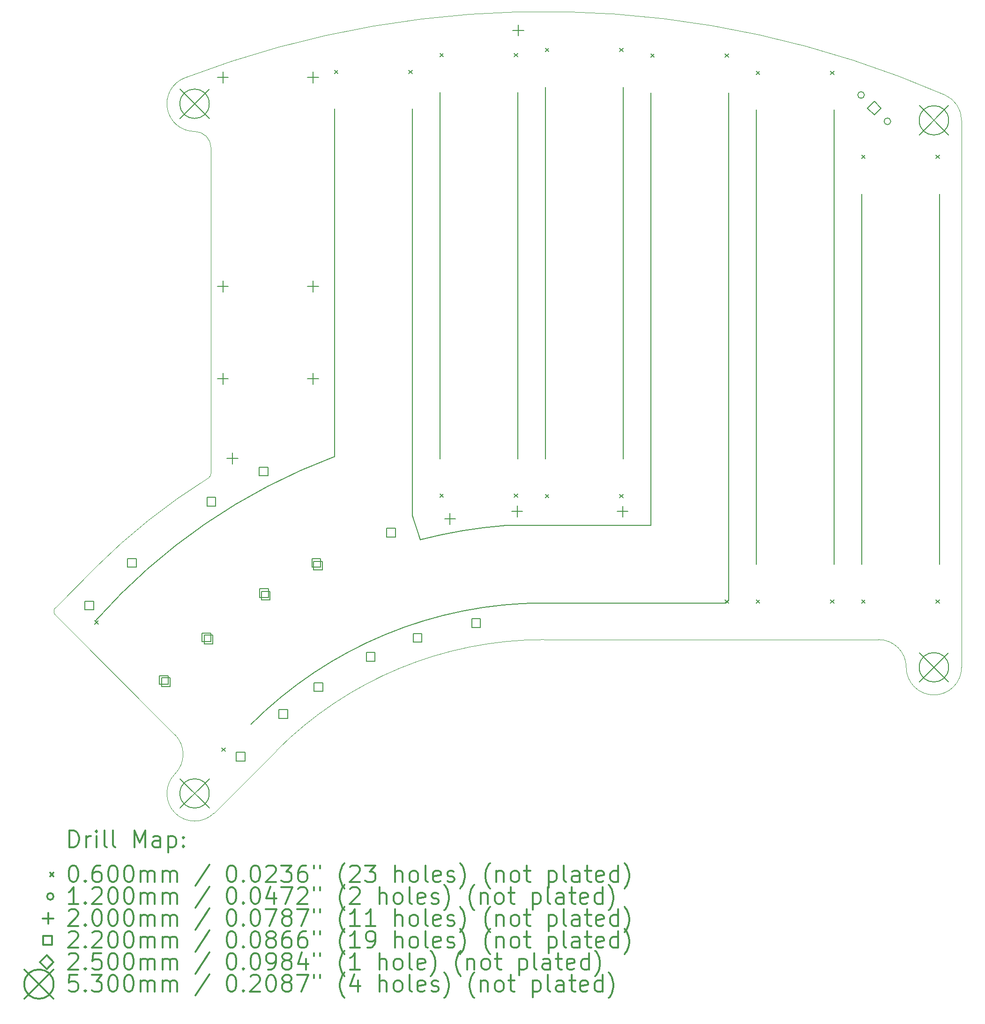
<source format=gbr>
%FSLAX45Y45*%
G04 Gerber Fmt 4.5, Leading zero omitted, Abs format (unit mm)*
G04 Created by KiCad (PCBNEW 5.1.12-84ad8e8a86~92~ubuntu20.04.1) date 2021-11-15 00:05:37*
%MOMM*%
%LPD*%
G01*
G04 APERTURE LIST*
%TA.AperFunction,Profile*%
%ADD10C,0.150000*%
%TD*%
%TA.AperFunction,Profile*%
%ADD11C,0.120000*%
%TD*%
%TA.AperFunction,Profile*%
%ADD12C,0.100000*%
%TD*%
%ADD13C,0.200000*%
%ADD14C,0.300000*%
G04 APERTURE END LIST*
D10*
X13795000Y-10934236D02*
X13944459Y-11368295D01*
X8083067Y-12824970D02*
X8085428Y-12827590D01*
X8083067Y-12824970D02*
G75*
G02*
X12395000Y-9866650I8092971J-7174390D01*
G01*
X15476000Y-11112000D02*
X18110000Y-11112000D01*
X19510000Y-12462000D02*
G75*
G02*
X19460000Y-12512000I-50000J0D01*
G01*
X13944459Y-11368296D02*
G75*
G02*
X15476000Y-11112000I2231579J-8631064D01*
G01*
X16176000Y-12512000D02*
X19460000Y-12512000D01*
X10881874Y-14704798D02*
G75*
G02*
X16176000Y-12512000I5294164J-5294562D01*
G01*
X12395000Y-3586000D02*
X12395000Y-9866650D01*
X13795000Y-10934236D02*
X13795000Y-3586000D01*
X14300000Y-3286000D02*
X14300000Y-9905000D01*
X15700000Y-9905000D02*
X15700000Y-3286000D01*
X16205000Y-3190000D02*
X16205000Y-9907000D01*
X17605000Y-9907000D02*
X17605000Y-3190000D01*
X18110000Y-3294000D02*
X18110000Y-11112000D01*
X19510000Y-12462000D02*
X19510000Y-3294000D01*
X20015000Y-3602000D02*
X20015000Y-11812000D01*
X21415000Y-11812000D02*
X21415000Y-3602000D01*
X21920000Y-5120000D02*
X21920000Y-11812000D01*
X23320000Y-11812000D02*
X23320000Y-5120000D01*
D11*
X7352485Y-12734402D02*
G75*
G02*
X7352485Y-12592980I70711J70711D01*
G01*
D12*
X9510337Y-14892253D02*
G75*
G02*
X9510337Y-15599360I-353553J-353553D01*
G01*
X10217443Y-16306467D02*
G75*
G02*
X9510337Y-15599360I-353553J353553D01*
G01*
X9864130Y-3993217D02*
G75*
G02*
X10161490Y-4290577I0J-297360D01*
G01*
X9864130Y-3993217D02*
G75*
G02*
X9685297Y-3026200I-240J500000D01*
G01*
X22222038Y-13174000D02*
G75*
G02*
X22722038Y-13674000I0J-500000D01*
G01*
X23722038Y-13674000D02*
G75*
G02*
X22722038Y-13674000I-500000J0D01*
G01*
X10161490Y-10169693D02*
G75*
G02*
X10114309Y-10254577I-100000J29D01*
G01*
X10161490Y-4290577D02*
X10161490Y-10169693D01*
X23421413Y-3334354D02*
G75*
G02*
X23722038Y-3792884I-199375J-458530D01*
G01*
X9685297Y-3026200D02*
G75*
G02*
X23421413Y-3334354I6490741J-16973160D01*
G01*
X8061271Y-11884194D02*
G75*
G02*
X10114309Y-10254577I8114767J-8115166D01*
G01*
X7352485Y-12592980D02*
X8061271Y-11884194D01*
X9510337Y-14892253D02*
X7352485Y-12734402D01*
X11350034Y-15173356D02*
X10217443Y-16306467D01*
X11350034Y-15173356D02*
G75*
G02*
X16176038Y-13174360I4826004J-4826004D01*
G01*
X16176038Y-13174360D02*
X22222038Y-13174000D01*
X23722038Y-3792884D02*
X23722038Y-13674000D01*
D13*
X8062499Y-12832945D02*
X8122499Y-12892945D01*
X8122499Y-12832945D02*
X8062499Y-12892945D01*
X10357061Y-15127507D02*
X10417061Y-15187507D01*
X10417061Y-15127507D02*
X10357061Y-15187507D01*
X12395000Y-2886000D02*
X12455000Y-2946000D01*
X12455000Y-2886000D02*
X12395000Y-2946000D01*
X13735000Y-2886000D02*
X13795000Y-2946000D01*
X13795000Y-2886000D02*
X13735000Y-2946000D01*
X14300000Y-2586000D02*
X14360000Y-2646000D01*
X14360000Y-2586000D02*
X14300000Y-2646000D01*
X14300000Y-10545000D02*
X14360000Y-10605000D01*
X14360000Y-10545000D02*
X14300000Y-10605000D01*
X15640000Y-2586000D02*
X15700000Y-2646000D01*
X15700000Y-2586000D02*
X15640000Y-2646000D01*
X15640000Y-10545000D02*
X15700000Y-10605000D01*
X15700000Y-10545000D02*
X15640000Y-10605000D01*
X16205000Y-2490000D02*
X16265000Y-2550000D01*
X16265000Y-2490000D02*
X16205000Y-2550000D01*
X16205000Y-10547000D02*
X16265000Y-10607000D01*
X16265000Y-10547000D02*
X16205000Y-10607000D01*
X17545000Y-2490000D02*
X17605000Y-2550000D01*
X17605000Y-2490000D02*
X17545000Y-2550000D01*
X17545000Y-10547000D02*
X17605000Y-10607000D01*
X17605000Y-10547000D02*
X17545000Y-10607000D01*
X18110000Y-2594000D02*
X18170000Y-2654000D01*
X18170000Y-2594000D02*
X18110000Y-2654000D01*
X19450000Y-2594000D02*
X19510000Y-2654000D01*
X19510000Y-2594000D02*
X19450000Y-2654000D01*
X19450000Y-12452000D02*
X19510000Y-12512000D01*
X19510000Y-12452000D02*
X19450000Y-12512000D01*
X20015000Y-2902000D02*
X20075000Y-2962000D01*
X20075000Y-2902000D02*
X20015000Y-2962000D01*
X20015000Y-12452000D02*
X20075000Y-12512000D01*
X20075000Y-12452000D02*
X20015000Y-12512000D01*
X21355000Y-2902000D02*
X21415000Y-2962000D01*
X21415000Y-2902000D02*
X21355000Y-2962000D01*
X21355000Y-12452000D02*
X21415000Y-12512000D01*
X21415000Y-12452000D02*
X21355000Y-12512000D01*
X21920000Y-4420000D02*
X21980000Y-4480000D01*
X21980000Y-4420000D02*
X21920000Y-4480000D01*
X21920000Y-12452000D02*
X21980000Y-12512000D01*
X21980000Y-12452000D02*
X21920000Y-12512000D01*
X23260000Y-4420000D02*
X23320000Y-4480000D01*
X23320000Y-4420000D02*
X23260000Y-4480000D01*
X23260000Y-12452000D02*
X23320000Y-12512000D01*
X23320000Y-12452000D02*
X23260000Y-12512000D01*
X21965625Y-3334062D02*
G75*
G03*
X21965625Y-3334062I-60000J0D01*
G01*
X22441875Y-3810312D02*
G75*
G03*
X22441875Y-3810312I-60000J0D01*
G01*
X10375625Y-2915750D02*
X10375625Y-3115750D01*
X10275625Y-3015750D02*
X10475625Y-3015750D01*
X10375625Y-6691250D02*
X10375625Y-6891250D01*
X10275625Y-6791250D02*
X10475625Y-6791250D01*
X10375625Y-8358125D02*
X10375625Y-8558125D01*
X10275625Y-8458125D02*
X10475625Y-8458125D01*
X10550000Y-9800000D02*
X10550000Y-10000000D01*
X10450000Y-9900000D02*
X10650000Y-9900000D01*
X12004375Y-2915750D02*
X12004375Y-3115750D01*
X11904375Y-3015750D02*
X12104375Y-3015750D01*
X12004375Y-6691250D02*
X12004375Y-6891250D01*
X11904375Y-6791250D02*
X12104375Y-6791250D01*
X12004375Y-8358125D02*
X12004375Y-8558125D01*
X11904375Y-8458125D02*
X12104375Y-8458125D01*
X14479344Y-10892081D02*
X14479344Y-11092081D01*
X14379344Y-10992081D02*
X14579344Y-10992081D01*
X15692375Y-10757500D02*
X15692375Y-10957500D01*
X15592375Y-10857500D02*
X15792375Y-10857500D01*
X15714375Y-2065937D02*
X15714375Y-2265938D01*
X15614375Y-2165938D02*
X15814375Y-2165938D01*
X17597375Y-10759500D02*
X17597375Y-10959500D01*
X17497375Y-10859500D02*
X17697375Y-10859500D01*
X8039361Y-12633429D02*
X8039361Y-12477864D01*
X7883796Y-12477864D01*
X7883796Y-12633429D01*
X8039361Y-12633429D01*
X8810108Y-11862683D02*
X8810108Y-11707118D01*
X8654543Y-11707118D01*
X8654543Y-11862683D01*
X8810108Y-11862683D01*
X9386400Y-13980468D02*
X9386400Y-13824903D01*
X9230835Y-13824903D01*
X9230835Y-13980468D01*
X9386400Y-13980468D01*
X9425290Y-14019359D02*
X9425290Y-13863794D01*
X9269725Y-13863794D01*
X9269725Y-14019359D01*
X9425290Y-14019359D01*
X10157146Y-13209721D02*
X10157146Y-13054156D01*
X10001581Y-13054156D01*
X10001581Y-13209721D01*
X10157146Y-13209721D01*
X10196037Y-13248612D02*
X10196037Y-13093047D01*
X10040472Y-13093047D01*
X10040472Y-13248612D01*
X10196037Y-13248612D01*
X10245837Y-10761009D02*
X10245837Y-10605444D01*
X10090272Y-10605444D01*
X10090272Y-10761009D01*
X10245837Y-10761009D01*
X10772329Y-15366397D02*
X10772329Y-15210832D01*
X10616764Y-15210832D01*
X10616764Y-15366397D01*
X10772329Y-15366397D01*
X11189804Y-10216009D02*
X11189804Y-10060444D01*
X11034240Y-10060444D01*
X11034240Y-10216009D01*
X11189804Y-10216009D01*
X11198337Y-12410788D02*
X11198337Y-12255223D01*
X11042772Y-12255223D01*
X11042772Y-12410788D01*
X11198337Y-12410788D01*
X11225837Y-12458419D02*
X11225837Y-12302854D01*
X11070272Y-12302854D01*
X11070272Y-12458419D01*
X11225837Y-12458419D01*
X11543075Y-14595651D02*
X11543075Y-14440086D01*
X11387510Y-14440086D01*
X11387510Y-14595651D01*
X11543075Y-14595651D01*
X12142304Y-11865788D02*
X12142304Y-11710223D01*
X11986739Y-11710223D01*
X11986739Y-11865788D01*
X12142304Y-11865788D01*
X12169804Y-11913419D02*
X12169804Y-11757854D01*
X12014239Y-11757854D01*
X12014239Y-11913419D01*
X12169804Y-11913419D01*
X12178337Y-14108197D02*
X12178337Y-13952632D01*
X12022772Y-13952632D01*
X12022772Y-14108197D01*
X12178337Y-14108197D01*
X13122304Y-13563197D02*
X13122304Y-13407632D01*
X12966739Y-13407632D01*
X12966739Y-13563197D01*
X13122304Y-13563197D01*
X13492021Y-11319096D02*
X13492021Y-11163531D01*
X13336456Y-11163531D01*
X13336456Y-11319096D01*
X13492021Y-11319096D01*
X13969507Y-13220045D02*
X13969507Y-13064480D01*
X13813942Y-13064480D01*
X13813942Y-13220045D01*
X13969507Y-13220045D01*
X15026667Y-12954505D02*
X15026667Y-12798940D01*
X14871102Y-12798940D01*
X14871102Y-12954505D01*
X15026667Y-12954505D01*
X22143750Y-3697187D02*
X22268750Y-3572187D01*
X22143750Y-3447187D01*
X22018750Y-3572187D01*
X22143750Y-3697187D01*
X9598890Y-3228217D02*
X10128890Y-3758217D01*
X10128890Y-3228217D02*
X9598890Y-3758217D01*
X10128890Y-3493217D02*
G75*
G03*
X10128890Y-3493217I-265000J0D01*
G01*
X9598890Y-15687914D02*
X10128890Y-16217914D01*
X10128890Y-15687914D02*
X9598890Y-16217914D01*
X10128890Y-15952914D02*
G75*
G03*
X10128890Y-15952914I-265000J0D01*
G01*
X22957038Y-3527884D02*
X23487038Y-4057884D01*
X23487038Y-3527884D02*
X22957038Y-4057884D01*
X23487038Y-3792884D02*
G75*
G03*
X23487038Y-3792884I-265000J0D01*
G01*
X22957038Y-13409000D02*
X23487038Y-13939000D01*
X23487038Y-13409000D02*
X22957038Y-13939000D01*
X23487038Y-13674000D02*
G75*
G03*
X23487038Y-13674000I-265000J0D01*
G01*
D14*
X7603624Y-16923628D02*
X7603624Y-16623628D01*
X7675052Y-16623628D01*
X7717910Y-16637914D01*
X7746481Y-16666485D01*
X7760767Y-16695057D01*
X7775052Y-16752199D01*
X7775052Y-16795057D01*
X7760767Y-16852200D01*
X7746481Y-16880771D01*
X7717910Y-16909342D01*
X7675052Y-16923628D01*
X7603624Y-16923628D01*
X7903624Y-16923628D02*
X7903624Y-16723628D01*
X7903624Y-16780771D02*
X7917910Y-16752199D01*
X7932195Y-16737914D01*
X7960767Y-16723628D01*
X7989338Y-16723628D01*
X8089338Y-16923628D02*
X8089338Y-16723628D01*
X8089338Y-16623628D02*
X8075052Y-16637914D01*
X8089338Y-16652199D01*
X8103624Y-16637914D01*
X8089338Y-16623628D01*
X8089338Y-16652199D01*
X8275052Y-16923628D02*
X8246481Y-16909342D01*
X8232195Y-16880771D01*
X8232195Y-16623628D01*
X8432195Y-16923628D02*
X8403624Y-16909342D01*
X8389338Y-16880771D01*
X8389338Y-16623628D01*
X8775053Y-16923628D02*
X8775053Y-16623628D01*
X8875053Y-16837914D01*
X8975053Y-16623628D01*
X8975053Y-16923628D01*
X9246481Y-16923628D02*
X9246481Y-16766485D01*
X9232195Y-16737914D01*
X9203624Y-16723628D01*
X9146481Y-16723628D01*
X9117910Y-16737914D01*
X9246481Y-16909342D02*
X9217910Y-16923628D01*
X9146481Y-16923628D01*
X9117910Y-16909342D01*
X9103624Y-16880771D01*
X9103624Y-16852200D01*
X9117910Y-16823628D01*
X9146481Y-16809342D01*
X9217910Y-16809342D01*
X9246481Y-16795057D01*
X9389338Y-16723628D02*
X9389338Y-17023628D01*
X9389338Y-16737914D02*
X9417910Y-16723628D01*
X9475053Y-16723628D01*
X9503624Y-16737914D01*
X9517910Y-16752199D01*
X9532195Y-16780771D01*
X9532195Y-16866485D01*
X9517910Y-16895057D01*
X9503624Y-16909342D01*
X9475053Y-16923628D01*
X9417910Y-16923628D01*
X9389338Y-16909342D01*
X9660767Y-16895057D02*
X9675053Y-16909342D01*
X9660767Y-16923628D01*
X9646481Y-16909342D01*
X9660767Y-16895057D01*
X9660767Y-16923628D01*
X9660767Y-16737914D02*
X9675053Y-16752199D01*
X9660767Y-16766485D01*
X9646481Y-16752199D01*
X9660767Y-16737914D01*
X9660767Y-16766485D01*
X7257195Y-17387914D02*
X7317195Y-17447914D01*
X7317195Y-17387914D02*
X7257195Y-17447914D01*
X7660767Y-17253628D02*
X7689338Y-17253628D01*
X7717910Y-17267914D01*
X7732195Y-17282200D01*
X7746481Y-17310771D01*
X7760767Y-17367914D01*
X7760767Y-17439342D01*
X7746481Y-17496485D01*
X7732195Y-17525057D01*
X7717910Y-17539342D01*
X7689338Y-17553628D01*
X7660767Y-17553628D01*
X7632195Y-17539342D01*
X7617910Y-17525057D01*
X7603624Y-17496485D01*
X7589338Y-17439342D01*
X7589338Y-17367914D01*
X7603624Y-17310771D01*
X7617910Y-17282200D01*
X7632195Y-17267914D01*
X7660767Y-17253628D01*
X7889338Y-17525057D02*
X7903624Y-17539342D01*
X7889338Y-17553628D01*
X7875052Y-17539342D01*
X7889338Y-17525057D01*
X7889338Y-17553628D01*
X8160767Y-17253628D02*
X8103624Y-17253628D01*
X8075052Y-17267914D01*
X8060767Y-17282200D01*
X8032195Y-17325057D01*
X8017910Y-17382200D01*
X8017910Y-17496485D01*
X8032195Y-17525057D01*
X8046481Y-17539342D01*
X8075052Y-17553628D01*
X8132195Y-17553628D01*
X8160767Y-17539342D01*
X8175052Y-17525057D01*
X8189338Y-17496485D01*
X8189338Y-17425057D01*
X8175052Y-17396485D01*
X8160767Y-17382200D01*
X8132195Y-17367914D01*
X8075052Y-17367914D01*
X8046481Y-17382200D01*
X8032195Y-17396485D01*
X8017910Y-17425057D01*
X8375052Y-17253628D02*
X8403624Y-17253628D01*
X8432195Y-17267914D01*
X8446481Y-17282200D01*
X8460767Y-17310771D01*
X8475053Y-17367914D01*
X8475053Y-17439342D01*
X8460767Y-17496485D01*
X8446481Y-17525057D01*
X8432195Y-17539342D01*
X8403624Y-17553628D01*
X8375052Y-17553628D01*
X8346481Y-17539342D01*
X8332195Y-17525057D01*
X8317910Y-17496485D01*
X8303624Y-17439342D01*
X8303624Y-17367914D01*
X8317910Y-17310771D01*
X8332195Y-17282200D01*
X8346481Y-17267914D01*
X8375052Y-17253628D01*
X8660767Y-17253628D02*
X8689338Y-17253628D01*
X8717910Y-17267914D01*
X8732195Y-17282200D01*
X8746481Y-17310771D01*
X8760767Y-17367914D01*
X8760767Y-17439342D01*
X8746481Y-17496485D01*
X8732195Y-17525057D01*
X8717910Y-17539342D01*
X8689338Y-17553628D01*
X8660767Y-17553628D01*
X8632195Y-17539342D01*
X8617910Y-17525057D01*
X8603624Y-17496485D01*
X8589338Y-17439342D01*
X8589338Y-17367914D01*
X8603624Y-17310771D01*
X8617910Y-17282200D01*
X8632195Y-17267914D01*
X8660767Y-17253628D01*
X8889338Y-17553628D02*
X8889338Y-17353628D01*
X8889338Y-17382200D02*
X8903624Y-17367914D01*
X8932195Y-17353628D01*
X8975053Y-17353628D01*
X9003624Y-17367914D01*
X9017910Y-17396485D01*
X9017910Y-17553628D01*
X9017910Y-17396485D02*
X9032195Y-17367914D01*
X9060767Y-17353628D01*
X9103624Y-17353628D01*
X9132195Y-17367914D01*
X9146481Y-17396485D01*
X9146481Y-17553628D01*
X9289338Y-17553628D02*
X9289338Y-17353628D01*
X9289338Y-17382200D02*
X9303624Y-17367914D01*
X9332195Y-17353628D01*
X9375053Y-17353628D01*
X9403624Y-17367914D01*
X9417910Y-17396485D01*
X9417910Y-17553628D01*
X9417910Y-17396485D02*
X9432195Y-17367914D01*
X9460767Y-17353628D01*
X9503624Y-17353628D01*
X9532195Y-17367914D01*
X9546481Y-17396485D01*
X9546481Y-17553628D01*
X10132195Y-17239342D02*
X9875053Y-17625057D01*
X10517910Y-17253628D02*
X10546481Y-17253628D01*
X10575053Y-17267914D01*
X10589338Y-17282200D01*
X10603624Y-17310771D01*
X10617910Y-17367914D01*
X10617910Y-17439342D01*
X10603624Y-17496485D01*
X10589338Y-17525057D01*
X10575053Y-17539342D01*
X10546481Y-17553628D01*
X10517910Y-17553628D01*
X10489338Y-17539342D01*
X10475053Y-17525057D01*
X10460767Y-17496485D01*
X10446481Y-17439342D01*
X10446481Y-17367914D01*
X10460767Y-17310771D01*
X10475053Y-17282200D01*
X10489338Y-17267914D01*
X10517910Y-17253628D01*
X10746481Y-17525057D02*
X10760767Y-17539342D01*
X10746481Y-17553628D01*
X10732195Y-17539342D01*
X10746481Y-17525057D01*
X10746481Y-17553628D01*
X10946481Y-17253628D02*
X10975053Y-17253628D01*
X11003624Y-17267914D01*
X11017910Y-17282200D01*
X11032195Y-17310771D01*
X11046481Y-17367914D01*
X11046481Y-17439342D01*
X11032195Y-17496485D01*
X11017910Y-17525057D01*
X11003624Y-17539342D01*
X10975053Y-17553628D01*
X10946481Y-17553628D01*
X10917910Y-17539342D01*
X10903624Y-17525057D01*
X10889338Y-17496485D01*
X10875053Y-17439342D01*
X10875053Y-17367914D01*
X10889338Y-17310771D01*
X10903624Y-17282200D01*
X10917910Y-17267914D01*
X10946481Y-17253628D01*
X11160767Y-17282200D02*
X11175053Y-17267914D01*
X11203624Y-17253628D01*
X11275052Y-17253628D01*
X11303624Y-17267914D01*
X11317910Y-17282200D01*
X11332195Y-17310771D01*
X11332195Y-17339342D01*
X11317910Y-17382200D01*
X11146481Y-17553628D01*
X11332195Y-17553628D01*
X11432195Y-17253628D02*
X11617910Y-17253628D01*
X11517910Y-17367914D01*
X11560767Y-17367914D01*
X11589338Y-17382200D01*
X11603624Y-17396485D01*
X11617910Y-17425057D01*
X11617910Y-17496485D01*
X11603624Y-17525057D01*
X11589338Y-17539342D01*
X11560767Y-17553628D01*
X11475052Y-17553628D01*
X11446481Y-17539342D01*
X11432195Y-17525057D01*
X11875052Y-17253628D02*
X11817910Y-17253628D01*
X11789338Y-17267914D01*
X11775052Y-17282200D01*
X11746481Y-17325057D01*
X11732195Y-17382200D01*
X11732195Y-17496485D01*
X11746481Y-17525057D01*
X11760767Y-17539342D01*
X11789338Y-17553628D01*
X11846481Y-17553628D01*
X11875052Y-17539342D01*
X11889338Y-17525057D01*
X11903624Y-17496485D01*
X11903624Y-17425057D01*
X11889338Y-17396485D01*
X11875052Y-17382200D01*
X11846481Y-17367914D01*
X11789338Y-17367914D01*
X11760767Y-17382200D01*
X11746481Y-17396485D01*
X11732195Y-17425057D01*
X12017910Y-17253628D02*
X12017910Y-17310771D01*
X12132195Y-17253628D02*
X12132195Y-17310771D01*
X12575052Y-17667914D02*
X12560767Y-17653628D01*
X12532195Y-17610771D01*
X12517910Y-17582200D01*
X12503624Y-17539342D01*
X12489338Y-17467914D01*
X12489338Y-17410771D01*
X12503624Y-17339342D01*
X12517910Y-17296485D01*
X12532195Y-17267914D01*
X12560767Y-17225057D01*
X12575052Y-17210771D01*
X12675052Y-17282200D02*
X12689338Y-17267914D01*
X12717910Y-17253628D01*
X12789338Y-17253628D01*
X12817910Y-17267914D01*
X12832195Y-17282200D01*
X12846481Y-17310771D01*
X12846481Y-17339342D01*
X12832195Y-17382200D01*
X12660767Y-17553628D01*
X12846481Y-17553628D01*
X12946481Y-17253628D02*
X13132195Y-17253628D01*
X13032195Y-17367914D01*
X13075052Y-17367914D01*
X13103624Y-17382200D01*
X13117910Y-17396485D01*
X13132195Y-17425057D01*
X13132195Y-17496485D01*
X13117910Y-17525057D01*
X13103624Y-17539342D01*
X13075052Y-17553628D01*
X12989338Y-17553628D01*
X12960767Y-17539342D01*
X12946481Y-17525057D01*
X13489338Y-17553628D02*
X13489338Y-17253628D01*
X13617910Y-17553628D02*
X13617910Y-17396485D01*
X13603624Y-17367914D01*
X13575052Y-17353628D01*
X13532195Y-17353628D01*
X13503624Y-17367914D01*
X13489338Y-17382200D01*
X13803624Y-17553628D02*
X13775052Y-17539342D01*
X13760767Y-17525057D01*
X13746481Y-17496485D01*
X13746481Y-17410771D01*
X13760767Y-17382200D01*
X13775052Y-17367914D01*
X13803624Y-17353628D01*
X13846481Y-17353628D01*
X13875052Y-17367914D01*
X13889338Y-17382200D01*
X13903624Y-17410771D01*
X13903624Y-17496485D01*
X13889338Y-17525057D01*
X13875052Y-17539342D01*
X13846481Y-17553628D01*
X13803624Y-17553628D01*
X14075052Y-17553628D02*
X14046481Y-17539342D01*
X14032195Y-17510771D01*
X14032195Y-17253628D01*
X14303624Y-17539342D02*
X14275052Y-17553628D01*
X14217910Y-17553628D01*
X14189338Y-17539342D01*
X14175052Y-17510771D01*
X14175052Y-17396485D01*
X14189338Y-17367914D01*
X14217910Y-17353628D01*
X14275052Y-17353628D01*
X14303624Y-17367914D01*
X14317910Y-17396485D01*
X14317910Y-17425057D01*
X14175052Y-17453628D01*
X14432195Y-17539342D02*
X14460767Y-17553628D01*
X14517910Y-17553628D01*
X14546481Y-17539342D01*
X14560767Y-17510771D01*
X14560767Y-17496485D01*
X14546481Y-17467914D01*
X14517910Y-17453628D01*
X14475052Y-17453628D01*
X14446481Y-17439342D01*
X14432195Y-17410771D01*
X14432195Y-17396485D01*
X14446481Y-17367914D01*
X14475052Y-17353628D01*
X14517910Y-17353628D01*
X14546481Y-17367914D01*
X14660767Y-17667914D02*
X14675052Y-17653628D01*
X14703624Y-17610771D01*
X14717910Y-17582200D01*
X14732195Y-17539342D01*
X14746481Y-17467914D01*
X14746481Y-17410771D01*
X14732195Y-17339342D01*
X14717910Y-17296485D01*
X14703624Y-17267914D01*
X14675052Y-17225057D01*
X14660767Y-17210771D01*
X15203624Y-17667914D02*
X15189338Y-17653628D01*
X15160767Y-17610771D01*
X15146481Y-17582200D01*
X15132195Y-17539342D01*
X15117910Y-17467914D01*
X15117910Y-17410771D01*
X15132195Y-17339342D01*
X15146481Y-17296485D01*
X15160767Y-17267914D01*
X15189338Y-17225057D01*
X15203624Y-17210771D01*
X15317910Y-17353628D02*
X15317910Y-17553628D01*
X15317910Y-17382200D02*
X15332195Y-17367914D01*
X15360767Y-17353628D01*
X15403624Y-17353628D01*
X15432195Y-17367914D01*
X15446481Y-17396485D01*
X15446481Y-17553628D01*
X15632195Y-17553628D02*
X15603624Y-17539342D01*
X15589338Y-17525057D01*
X15575052Y-17496485D01*
X15575052Y-17410771D01*
X15589338Y-17382200D01*
X15603624Y-17367914D01*
X15632195Y-17353628D01*
X15675052Y-17353628D01*
X15703624Y-17367914D01*
X15717910Y-17382200D01*
X15732195Y-17410771D01*
X15732195Y-17496485D01*
X15717910Y-17525057D01*
X15703624Y-17539342D01*
X15675052Y-17553628D01*
X15632195Y-17553628D01*
X15817910Y-17353628D02*
X15932195Y-17353628D01*
X15860767Y-17253628D02*
X15860767Y-17510771D01*
X15875052Y-17539342D01*
X15903624Y-17553628D01*
X15932195Y-17553628D01*
X16260767Y-17353628D02*
X16260767Y-17653628D01*
X16260767Y-17367914D02*
X16289338Y-17353628D01*
X16346481Y-17353628D01*
X16375052Y-17367914D01*
X16389338Y-17382200D01*
X16403624Y-17410771D01*
X16403624Y-17496485D01*
X16389338Y-17525057D01*
X16375052Y-17539342D01*
X16346481Y-17553628D01*
X16289338Y-17553628D01*
X16260767Y-17539342D01*
X16575052Y-17553628D02*
X16546481Y-17539342D01*
X16532195Y-17510771D01*
X16532195Y-17253628D01*
X16817910Y-17553628D02*
X16817910Y-17396485D01*
X16803624Y-17367914D01*
X16775052Y-17353628D01*
X16717910Y-17353628D01*
X16689338Y-17367914D01*
X16817910Y-17539342D02*
X16789338Y-17553628D01*
X16717910Y-17553628D01*
X16689338Y-17539342D01*
X16675052Y-17510771D01*
X16675052Y-17482200D01*
X16689338Y-17453628D01*
X16717910Y-17439342D01*
X16789338Y-17439342D01*
X16817910Y-17425057D01*
X16917910Y-17353628D02*
X17032195Y-17353628D01*
X16960767Y-17253628D02*
X16960767Y-17510771D01*
X16975053Y-17539342D01*
X17003624Y-17553628D01*
X17032195Y-17553628D01*
X17246481Y-17539342D02*
X17217910Y-17553628D01*
X17160767Y-17553628D01*
X17132195Y-17539342D01*
X17117910Y-17510771D01*
X17117910Y-17396485D01*
X17132195Y-17367914D01*
X17160767Y-17353628D01*
X17217910Y-17353628D01*
X17246481Y-17367914D01*
X17260767Y-17396485D01*
X17260767Y-17425057D01*
X17117910Y-17453628D01*
X17517910Y-17553628D02*
X17517910Y-17253628D01*
X17517910Y-17539342D02*
X17489338Y-17553628D01*
X17432195Y-17553628D01*
X17403624Y-17539342D01*
X17389338Y-17525057D01*
X17375053Y-17496485D01*
X17375053Y-17410771D01*
X17389338Y-17382200D01*
X17403624Y-17367914D01*
X17432195Y-17353628D01*
X17489338Y-17353628D01*
X17517910Y-17367914D01*
X17632195Y-17667914D02*
X17646481Y-17653628D01*
X17675053Y-17610771D01*
X17689338Y-17582200D01*
X17703624Y-17539342D01*
X17717910Y-17467914D01*
X17717910Y-17410771D01*
X17703624Y-17339342D01*
X17689338Y-17296485D01*
X17675053Y-17267914D01*
X17646481Y-17225057D01*
X17632195Y-17210771D01*
X7317195Y-17813914D02*
G75*
G03*
X7317195Y-17813914I-60000J0D01*
G01*
X7760767Y-17949628D02*
X7589338Y-17949628D01*
X7675052Y-17949628D02*
X7675052Y-17649628D01*
X7646481Y-17692485D01*
X7617910Y-17721057D01*
X7589338Y-17735342D01*
X7889338Y-17921057D02*
X7903624Y-17935342D01*
X7889338Y-17949628D01*
X7875052Y-17935342D01*
X7889338Y-17921057D01*
X7889338Y-17949628D01*
X8017910Y-17678200D02*
X8032195Y-17663914D01*
X8060767Y-17649628D01*
X8132195Y-17649628D01*
X8160767Y-17663914D01*
X8175052Y-17678200D01*
X8189338Y-17706771D01*
X8189338Y-17735342D01*
X8175052Y-17778200D01*
X8003624Y-17949628D01*
X8189338Y-17949628D01*
X8375052Y-17649628D02*
X8403624Y-17649628D01*
X8432195Y-17663914D01*
X8446481Y-17678200D01*
X8460767Y-17706771D01*
X8475053Y-17763914D01*
X8475053Y-17835342D01*
X8460767Y-17892485D01*
X8446481Y-17921057D01*
X8432195Y-17935342D01*
X8403624Y-17949628D01*
X8375052Y-17949628D01*
X8346481Y-17935342D01*
X8332195Y-17921057D01*
X8317910Y-17892485D01*
X8303624Y-17835342D01*
X8303624Y-17763914D01*
X8317910Y-17706771D01*
X8332195Y-17678200D01*
X8346481Y-17663914D01*
X8375052Y-17649628D01*
X8660767Y-17649628D02*
X8689338Y-17649628D01*
X8717910Y-17663914D01*
X8732195Y-17678200D01*
X8746481Y-17706771D01*
X8760767Y-17763914D01*
X8760767Y-17835342D01*
X8746481Y-17892485D01*
X8732195Y-17921057D01*
X8717910Y-17935342D01*
X8689338Y-17949628D01*
X8660767Y-17949628D01*
X8632195Y-17935342D01*
X8617910Y-17921057D01*
X8603624Y-17892485D01*
X8589338Y-17835342D01*
X8589338Y-17763914D01*
X8603624Y-17706771D01*
X8617910Y-17678200D01*
X8632195Y-17663914D01*
X8660767Y-17649628D01*
X8889338Y-17949628D02*
X8889338Y-17749628D01*
X8889338Y-17778200D02*
X8903624Y-17763914D01*
X8932195Y-17749628D01*
X8975053Y-17749628D01*
X9003624Y-17763914D01*
X9017910Y-17792485D01*
X9017910Y-17949628D01*
X9017910Y-17792485D02*
X9032195Y-17763914D01*
X9060767Y-17749628D01*
X9103624Y-17749628D01*
X9132195Y-17763914D01*
X9146481Y-17792485D01*
X9146481Y-17949628D01*
X9289338Y-17949628D02*
X9289338Y-17749628D01*
X9289338Y-17778200D02*
X9303624Y-17763914D01*
X9332195Y-17749628D01*
X9375053Y-17749628D01*
X9403624Y-17763914D01*
X9417910Y-17792485D01*
X9417910Y-17949628D01*
X9417910Y-17792485D02*
X9432195Y-17763914D01*
X9460767Y-17749628D01*
X9503624Y-17749628D01*
X9532195Y-17763914D01*
X9546481Y-17792485D01*
X9546481Y-17949628D01*
X10132195Y-17635342D02*
X9875053Y-18021057D01*
X10517910Y-17649628D02*
X10546481Y-17649628D01*
X10575053Y-17663914D01*
X10589338Y-17678200D01*
X10603624Y-17706771D01*
X10617910Y-17763914D01*
X10617910Y-17835342D01*
X10603624Y-17892485D01*
X10589338Y-17921057D01*
X10575053Y-17935342D01*
X10546481Y-17949628D01*
X10517910Y-17949628D01*
X10489338Y-17935342D01*
X10475053Y-17921057D01*
X10460767Y-17892485D01*
X10446481Y-17835342D01*
X10446481Y-17763914D01*
X10460767Y-17706771D01*
X10475053Y-17678200D01*
X10489338Y-17663914D01*
X10517910Y-17649628D01*
X10746481Y-17921057D02*
X10760767Y-17935342D01*
X10746481Y-17949628D01*
X10732195Y-17935342D01*
X10746481Y-17921057D01*
X10746481Y-17949628D01*
X10946481Y-17649628D02*
X10975053Y-17649628D01*
X11003624Y-17663914D01*
X11017910Y-17678200D01*
X11032195Y-17706771D01*
X11046481Y-17763914D01*
X11046481Y-17835342D01*
X11032195Y-17892485D01*
X11017910Y-17921057D01*
X11003624Y-17935342D01*
X10975053Y-17949628D01*
X10946481Y-17949628D01*
X10917910Y-17935342D01*
X10903624Y-17921057D01*
X10889338Y-17892485D01*
X10875053Y-17835342D01*
X10875053Y-17763914D01*
X10889338Y-17706771D01*
X10903624Y-17678200D01*
X10917910Y-17663914D01*
X10946481Y-17649628D01*
X11303624Y-17749628D02*
X11303624Y-17949628D01*
X11232195Y-17635342D02*
X11160767Y-17849628D01*
X11346481Y-17849628D01*
X11432195Y-17649628D02*
X11632195Y-17649628D01*
X11503624Y-17949628D01*
X11732195Y-17678200D02*
X11746481Y-17663914D01*
X11775052Y-17649628D01*
X11846481Y-17649628D01*
X11875052Y-17663914D01*
X11889338Y-17678200D01*
X11903624Y-17706771D01*
X11903624Y-17735342D01*
X11889338Y-17778200D01*
X11717910Y-17949628D01*
X11903624Y-17949628D01*
X12017910Y-17649628D02*
X12017910Y-17706771D01*
X12132195Y-17649628D02*
X12132195Y-17706771D01*
X12575052Y-18063914D02*
X12560767Y-18049628D01*
X12532195Y-18006771D01*
X12517910Y-17978200D01*
X12503624Y-17935342D01*
X12489338Y-17863914D01*
X12489338Y-17806771D01*
X12503624Y-17735342D01*
X12517910Y-17692485D01*
X12532195Y-17663914D01*
X12560767Y-17621057D01*
X12575052Y-17606771D01*
X12675052Y-17678200D02*
X12689338Y-17663914D01*
X12717910Y-17649628D01*
X12789338Y-17649628D01*
X12817910Y-17663914D01*
X12832195Y-17678200D01*
X12846481Y-17706771D01*
X12846481Y-17735342D01*
X12832195Y-17778200D01*
X12660767Y-17949628D01*
X12846481Y-17949628D01*
X13203624Y-17949628D02*
X13203624Y-17649628D01*
X13332195Y-17949628D02*
X13332195Y-17792485D01*
X13317910Y-17763914D01*
X13289338Y-17749628D01*
X13246481Y-17749628D01*
X13217910Y-17763914D01*
X13203624Y-17778200D01*
X13517910Y-17949628D02*
X13489338Y-17935342D01*
X13475052Y-17921057D01*
X13460767Y-17892485D01*
X13460767Y-17806771D01*
X13475052Y-17778200D01*
X13489338Y-17763914D01*
X13517910Y-17749628D01*
X13560767Y-17749628D01*
X13589338Y-17763914D01*
X13603624Y-17778200D01*
X13617910Y-17806771D01*
X13617910Y-17892485D01*
X13603624Y-17921057D01*
X13589338Y-17935342D01*
X13560767Y-17949628D01*
X13517910Y-17949628D01*
X13789338Y-17949628D02*
X13760767Y-17935342D01*
X13746481Y-17906771D01*
X13746481Y-17649628D01*
X14017910Y-17935342D02*
X13989338Y-17949628D01*
X13932195Y-17949628D01*
X13903624Y-17935342D01*
X13889338Y-17906771D01*
X13889338Y-17792485D01*
X13903624Y-17763914D01*
X13932195Y-17749628D01*
X13989338Y-17749628D01*
X14017910Y-17763914D01*
X14032195Y-17792485D01*
X14032195Y-17821057D01*
X13889338Y-17849628D01*
X14146481Y-17935342D02*
X14175052Y-17949628D01*
X14232195Y-17949628D01*
X14260767Y-17935342D01*
X14275052Y-17906771D01*
X14275052Y-17892485D01*
X14260767Y-17863914D01*
X14232195Y-17849628D01*
X14189338Y-17849628D01*
X14160767Y-17835342D01*
X14146481Y-17806771D01*
X14146481Y-17792485D01*
X14160767Y-17763914D01*
X14189338Y-17749628D01*
X14232195Y-17749628D01*
X14260767Y-17763914D01*
X14375052Y-18063914D02*
X14389338Y-18049628D01*
X14417910Y-18006771D01*
X14432195Y-17978200D01*
X14446481Y-17935342D01*
X14460767Y-17863914D01*
X14460767Y-17806771D01*
X14446481Y-17735342D01*
X14432195Y-17692485D01*
X14417910Y-17663914D01*
X14389338Y-17621057D01*
X14375052Y-17606771D01*
X14917910Y-18063914D02*
X14903624Y-18049628D01*
X14875052Y-18006771D01*
X14860767Y-17978200D01*
X14846481Y-17935342D01*
X14832195Y-17863914D01*
X14832195Y-17806771D01*
X14846481Y-17735342D01*
X14860767Y-17692485D01*
X14875052Y-17663914D01*
X14903624Y-17621057D01*
X14917910Y-17606771D01*
X15032195Y-17749628D02*
X15032195Y-17949628D01*
X15032195Y-17778200D02*
X15046481Y-17763914D01*
X15075052Y-17749628D01*
X15117910Y-17749628D01*
X15146481Y-17763914D01*
X15160767Y-17792485D01*
X15160767Y-17949628D01*
X15346481Y-17949628D02*
X15317910Y-17935342D01*
X15303624Y-17921057D01*
X15289338Y-17892485D01*
X15289338Y-17806771D01*
X15303624Y-17778200D01*
X15317910Y-17763914D01*
X15346481Y-17749628D01*
X15389338Y-17749628D01*
X15417910Y-17763914D01*
X15432195Y-17778200D01*
X15446481Y-17806771D01*
X15446481Y-17892485D01*
X15432195Y-17921057D01*
X15417910Y-17935342D01*
X15389338Y-17949628D01*
X15346481Y-17949628D01*
X15532195Y-17749628D02*
X15646481Y-17749628D01*
X15575052Y-17649628D02*
X15575052Y-17906771D01*
X15589338Y-17935342D01*
X15617910Y-17949628D01*
X15646481Y-17949628D01*
X15975052Y-17749628D02*
X15975052Y-18049628D01*
X15975052Y-17763914D02*
X16003624Y-17749628D01*
X16060767Y-17749628D01*
X16089338Y-17763914D01*
X16103624Y-17778200D01*
X16117910Y-17806771D01*
X16117910Y-17892485D01*
X16103624Y-17921057D01*
X16089338Y-17935342D01*
X16060767Y-17949628D01*
X16003624Y-17949628D01*
X15975052Y-17935342D01*
X16289338Y-17949628D02*
X16260767Y-17935342D01*
X16246481Y-17906771D01*
X16246481Y-17649628D01*
X16532195Y-17949628D02*
X16532195Y-17792485D01*
X16517910Y-17763914D01*
X16489338Y-17749628D01*
X16432195Y-17749628D01*
X16403624Y-17763914D01*
X16532195Y-17935342D02*
X16503624Y-17949628D01*
X16432195Y-17949628D01*
X16403624Y-17935342D01*
X16389338Y-17906771D01*
X16389338Y-17878200D01*
X16403624Y-17849628D01*
X16432195Y-17835342D01*
X16503624Y-17835342D01*
X16532195Y-17821057D01*
X16632195Y-17749628D02*
X16746481Y-17749628D01*
X16675052Y-17649628D02*
X16675052Y-17906771D01*
X16689338Y-17935342D01*
X16717910Y-17949628D01*
X16746481Y-17949628D01*
X16960767Y-17935342D02*
X16932195Y-17949628D01*
X16875053Y-17949628D01*
X16846481Y-17935342D01*
X16832195Y-17906771D01*
X16832195Y-17792485D01*
X16846481Y-17763914D01*
X16875053Y-17749628D01*
X16932195Y-17749628D01*
X16960767Y-17763914D01*
X16975053Y-17792485D01*
X16975053Y-17821057D01*
X16832195Y-17849628D01*
X17232195Y-17949628D02*
X17232195Y-17649628D01*
X17232195Y-17935342D02*
X17203624Y-17949628D01*
X17146481Y-17949628D01*
X17117910Y-17935342D01*
X17103624Y-17921057D01*
X17089338Y-17892485D01*
X17089338Y-17806771D01*
X17103624Y-17778200D01*
X17117910Y-17763914D01*
X17146481Y-17749628D01*
X17203624Y-17749628D01*
X17232195Y-17763914D01*
X17346481Y-18063914D02*
X17360767Y-18049628D01*
X17389338Y-18006771D01*
X17403624Y-17978200D01*
X17417910Y-17935342D01*
X17432195Y-17863914D01*
X17432195Y-17806771D01*
X17417910Y-17735342D01*
X17403624Y-17692485D01*
X17389338Y-17663914D01*
X17360767Y-17621057D01*
X17346481Y-17606771D01*
X7217195Y-18109914D02*
X7217195Y-18309914D01*
X7117195Y-18209914D02*
X7317195Y-18209914D01*
X7589338Y-18074200D02*
X7603624Y-18059914D01*
X7632195Y-18045628D01*
X7703624Y-18045628D01*
X7732195Y-18059914D01*
X7746481Y-18074200D01*
X7760767Y-18102771D01*
X7760767Y-18131342D01*
X7746481Y-18174200D01*
X7575052Y-18345628D01*
X7760767Y-18345628D01*
X7889338Y-18317057D02*
X7903624Y-18331342D01*
X7889338Y-18345628D01*
X7875052Y-18331342D01*
X7889338Y-18317057D01*
X7889338Y-18345628D01*
X8089338Y-18045628D02*
X8117910Y-18045628D01*
X8146481Y-18059914D01*
X8160767Y-18074200D01*
X8175052Y-18102771D01*
X8189338Y-18159914D01*
X8189338Y-18231342D01*
X8175052Y-18288485D01*
X8160767Y-18317057D01*
X8146481Y-18331342D01*
X8117910Y-18345628D01*
X8089338Y-18345628D01*
X8060767Y-18331342D01*
X8046481Y-18317057D01*
X8032195Y-18288485D01*
X8017910Y-18231342D01*
X8017910Y-18159914D01*
X8032195Y-18102771D01*
X8046481Y-18074200D01*
X8060767Y-18059914D01*
X8089338Y-18045628D01*
X8375052Y-18045628D02*
X8403624Y-18045628D01*
X8432195Y-18059914D01*
X8446481Y-18074200D01*
X8460767Y-18102771D01*
X8475053Y-18159914D01*
X8475053Y-18231342D01*
X8460767Y-18288485D01*
X8446481Y-18317057D01*
X8432195Y-18331342D01*
X8403624Y-18345628D01*
X8375052Y-18345628D01*
X8346481Y-18331342D01*
X8332195Y-18317057D01*
X8317910Y-18288485D01*
X8303624Y-18231342D01*
X8303624Y-18159914D01*
X8317910Y-18102771D01*
X8332195Y-18074200D01*
X8346481Y-18059914D01*
X8375052Y-18045628D01*
X8660767Y-18045628D02*
X8689338Y-18045628D01*
X8717910Y-18059914D01*
X8732195Y-18074200D01*
X8746481Y-18102771D01*
X8760767Y-18159914D01*
X8760767Y-18231342D01*
X8746481Y-18288485D01*
X8732195Y-18317057D01*
X8717910Y-18331342D01*
X8689338Y-18345628D01*
X8660767Y-18345628D01*
X8632195Y-18331342D01*
X8617910Y-18317057D01*
X8603624Y-18288485D01*
X8589338Y-18231342D01*
X8589338Y-18159914D01*
X8603624Y-18102771D01*
X8617910Y-18074200D01*
X8632195Y-18059914D01*
X8660767Y-18045628D01*
X8889338Y-18345628D02*
X8889338Y-18145628D01*
X8889338Y-18174200D02*
X8903624Y-18159914D01*
X8932195Y-18145628D01*
X8975053Y-18145628D01*
X9003624Y-18159914D01*
X9017910Y-18188485D01*
X9017910Y-18345628D01*
X9017910Y-18188485D02*
X9032195Y-18159914D01*
X9060767Y-18145628D01*
X9103624Y-18145628D01*
X9132195Y-18159914D01*
X9146481Y-18188485D01*
X9146481Y-18345628D01*
X9289338Y-18345628D02*
X9289338Y-18145628D01*
X9289338Y-18174200D02*
X9303624Y-18159914D01*
X9332195Y-18145628D01*
X9375053Y-18145628D01*
X9403624Y-18159914D01*
X9417910Y-18188485D01*
X9417910Y-18345628D01*
X9417910Y-18188485D02*
X9432195Y-18159914D01*
X9460767Y-18145628D01*
X9503624Y-18145628D01*
X9532195Y-18159914D01*
X9546481Y-18188485D01*
X9546481Y-18345628D01*
X10132195Y-18031342D02*
X9875053Y-18417057D01*
X10517910Y-18045628D02*
X10546481Y-18045628D01*
X10575053Y-18059914D01*
X10589338Y-18074200D01*
X10603624Y-18102771D01*
X10617910Y-18159914D01*
X10617910Y-18231342D01*
X10603624Y-18288485D01*
X10589338Y-18317057D01*
X10575053Y-18331342D01*
X10546481Y-18345628D01*
X10517910Y-18345628D01*
X10489338Y-18331342D01*
X10475053Y-18317057D01*
X10460767Y-18288485D01*
X10446481Y-18231342D01*
X10446481Y-18159914D01*
X10460767Y-18102771D01*
X10475053Y-18074200D01*
X10489338Y-18059914D01*
X10517910Y-18045628D01*
X10746481Y-18317057D02*
X10760767Y-18331342D01*
X10746481Y-18345628D01*
X10732195Y-18331342D01*
X10746481Y-18317057D01*
X10746481Y-18345628D01*
X10946481Y-18045628D02*
X10975053Y-18045628D01*
X11003624Y-18059914D01*
X11017910Y-18074200D01*
X11032195Y-18102771D01*
X11046481Y-18159914D01*
X11046481Y-18231342D01*
X11032195Y-18288485D01*
X11017910Y-18317057D01*
X11003624Y-18331342D01*
X10975053Y-18345628D01*
X10946481Y-18345628D01*
X10917910Y-18331342D01*
X10903624Y-18317057D01*
X10889338Y-18288485D01*
X10875053Y-18231342D01*
X10875053Y-18159914D01*
X10889338Y-18102771D01*
X10903624Y-18074200D01*
X10917910Y-18059914D01*
X10946481Y-18045628D01*
X11146481Y-18045628D02*
X11346481Y-18045628D01*
X11217910Y-18345628D01*
X11503624Y-18174200D02*
X11475052Y-18159914D01*
X11460767Y-18145628D01*
X11446481Y-18117057D01*
X11446481Y-18102771D01*
X11460767Y-18074200D01*
X11475052Y-18059914D01*
X11503624Y-18045628D01*
X11560767Y-18045628D01*
X11589338Y-18059914D01*
X11603624Y-18074200D01*
X11617910Y-18102771D01*
X11617910Y-18117057D01*
X11603624Y-18145628D01*
X11589338Y-18159914D01*
X11560767Y-18174200D01*
X11503624Y-18174200D01*
X11475052Y-18188485D01*
X11460767Y-18202771D01*
X11446481Y-18231342D01*
X11446481Y-18288485D01*
X11460767Y-18317057D01*
X11475052Y-18331342D01*
X11503624Y-18345628D01*
X11560767Y-18345628D01*
X11589338Y-18331342D01*
X11603624Y-18317057D01*
X11617910Y-18288485D01*
X11617910Y-18231342D01*
X11603624Y-18202771D01*
X11589338Y-18188485D01*
X11560767Y-18174200D01*
X11717910Y-18045628D02*
X11917910Y-18045628D01*
X11789338Y-18345628D01*
X12017910Y-18045628D02*
X12017910Y-18102771D01*
X12132195Y-18045628D02*
X12132195Y-18102771D01*
X12575052Y-18459914D02*
X12560767Y-18445628D01*
X12532195Y-18402771D01*
X12517910Y-18374200D01*
X12503624Y-18331342D01*
X12489338Y-18259914D01*
X12489338Y-18202771D01*
X12503624Y-18131342D01*
X12517910Y-18088485D01*
X12532195Y-18059914D01*
X12560767Y-18017057D01*
X12575052Y-18002771D01*
X12846481Y-18345628D02*
X12675052Y-18345628D01*
X12760767Y-18345628D02*
X12760767Y-18045628D01*
X12732195Y-18088485D01*
X12703624Y-18117057D01*
X12675052Y-18131342D01*
X13132195Y-18345628D02*
X12960767Y-18345628D01*
X13046481Y-18345628D02*
X13046481Y-18045628D01*
X13017910Y-18088485D01*
X12989338Y-18117057D01*
X12960767Y-18131342D01*
X13489338Y-18345628D02*
X13489338Y-18045628D01*
X13617910Y-18345628D02*
X13617910Y-18188485D01*
X13603624Y-18159914D01*
X13575052Y-18145628D01*
X13532195Y-18145628D01*
X13503624Y-18159914D01*
X13489338Y-18174200D01*
X13803624Y-18345628D02*
X13775052Y-18331342D01*
X13760767Y-18317057D01*
X13746481Y-18288485D01*
X13746481Y-18202771D01*
X13760767Y-18174200D01*
X13775052Y-18159914D01*
X13803624Y-18145628D01*
X13846481Y-18145628D01*
X13875052Y-18159914D01*
X13889338Y-18174200D01*
X13903624Y-18202771D01*
X13903624Y-18288485D01*
X13889338Y-18317057D01*
X13875052Y-18331342D01*
X13846481Y-18345628D01*
X13803624Y-18345628D01*
X14075052Y-18345628D02*
X14046481Y-18331342D01*
X14032195Y-18302771D01*
X14032195Y-18045628D01*
X14303624Y-18331342D02*
X14275052Y-18345628D01*
X14217910Y-18345628D01*
X14189338Y-18331342D01*
X14175052Y-18302771D01*
X14175052Y-18188485D01*
X14189338Y-18159914D01*
X14217910Y-18145628D01*
X14275052Y-18145628D01*
X14303624Y-18159914D01*
X14317910Y-18188485D01*
X14317910Y-18217057D01*
X14175052Y-18245628D01*
X14432195Y-18331342D02*
X14460767Y-18345628D01*
X14517910Y-18345628D01*
X14546481Y-18331342D01*
X14560767Y-18302771D01*
X14560767Y-18288485D01*
X14546481Y-18259914D01*
X14517910Y-18245628D01*
X14475052Y-18245628D01*
X14446481Y-18231342D01*
X14432195Y-18202771D01*
X14432195Y-18188485D01*
X14446481Y-18159914D01*
X14475052Y-18145628D01*
X14517910Y-18145628D01*
X14546481Y-18159914D01*
X14660767Y-18459914D02*
X14675052Y-18445628D01*
X14703624Y-18402771D01*
X14717910Y-18374200D01*
X14732195Y-18331342D01*
X14746481Y-18259914D01*
X14746481Y-18202771D01*
X14732195Y-18131342D01*
X14717910Y-18088485D01*
X14703624Y-18059914D01*
X14675052Y-18017057D01*
X14660767Y-18002771D01*
X15203624Y-18459914D02*
X15189338Y-18445628D01*
X15160767Y-18402771D01*
X15146481Y-18374200D01*
X15132195Y-18331342D01*
X15117910Y-18259914D01*
X15117910Y-18202771D01*
X15132195Y-18131342D01*
X15146481Y-18088485D01*
X15160767Y-18059914D01*
X15189338Y-18017057D01*
X15203624Y-18002771D01*
X15317910Y-18145628D02*
X15317910Y-18345628D01*
X15317910Y-18174200D02*
X15332195Y-18159914D01*
X15360767Y-18145628D01*
X15403624Y-18145628D01*
X15432195Y-18159914D01*
X15446481Y-18188485D01*
X15446481Y-18345628D01*
X15632195Y-18345628D02*
X15603624Y-18331342D01*
X15589338Y-18317057D01*
X15575052Y-18288485D01*
X15575052Y-18202771D01*
X15589338Y-18174200D01*
X15603624Y-18159914D01*
X15632195Y-18145628D01*
X15675052Y-18145628D01*
X15703624Y-18159914D01*
X15717910Y-18174200D01*
X15732195Y-18202771D01*
X15732195Y-18288485D01*
X15717910Y-18317057D01*
X15703624Y-18331342D01*
X15675052Y-18345628D01*
X15632195Y-18345628D01*
X15817910Y-18145628D02*
X15932195Y-18145628D01*
X15860767Y-18045628D02*
X15860767Y-18302771D01*
X15875052Y-18331342D01*
X15903624Y-18345628D01*
X15932195Y-18345628D01*
X16260767Y-18145628D02*
X16260767Y-18445628D01*
X16260767Y-18159914D02*
X16289338Y-18145628D01*
X16346481Y-18145628D01*
X16375052Y-18159914D01*
X16389338Y-18174200D01*
X16403624Y-18202771D01*
X16403624Y-18288485D01*
X16389338Y-18317057D01*
X16375052Y-18331342D01*
X16346481Y-18345628D01*
X16289338Y-18345628D01*
X16260767Y-18331342D01*
X16575052Y-18345628D02*
X16546481Y-18331342D01*
X16532195Y-18302771D01*
X16532195Y-18045628D01*
X16817910Y-18345628D02*
X16817910Y-18188485D01*
X16803624Y-18159914D01*
X16775052Y-18145628D01*
X16717910Y-18145628D01*
X16689338Y-18159914D01*
X16817910Y-18331342D02*
X16789338Y-18345628D01*
X16717910Y-18345628D01*
X16689338Y-18331342D01*
X16675052Y-18302771D01*
X16675052Y-18274200D01*
X16689338Y-18245628D01*
X16717910Y-18231342D01*
X16789338Y-18231342D01*
X16817910Y-18217057D01*
X16917910Y-18145628D02*
X17032195Y-18145628D01*
X16960767Y-18045628D02*
X16960767Y-18302771D01*
X16975053Y-18331342D01*
X17003624Y-18345628D01*
X17032195Y-18345628D01*
X17246481Y-18331342D02*
X17217910Y-18345628D01*
X17160767Y-18345628D01*
X17132195Y-18331342D01*
X17117910Y-18302771D01*
X17117910Y-18188485D01*
X17132195Y-18159914D01*
X17160767Y-18145628D01*
X17217910Y-18145628D01*
X17246481Y-18159914D01*
X17260767Y-18188485D01*
X17260767Y-18217057D01*
X17117910Y-18245628D01*
X17517910Y-18345628D02*
X17517910Y-18045628D01*
X17517910Y-18331342D02*
X17489338Y-18345628D01*
X17432195Y-18345628D01*
X17403624Y-18331342D01*
X17389338Y-18317057D01*
X17375053Y-18288485D01*
X17375053Y-18202771D01*
X17389338Y-18174200D01*
X17403624Y-18159914D01*
X17432195Y-18145628D01*
X17489338Y-18145628D01*
X17517910Y-18159914D01*
X17632195Y-18459914D02*
X17646481Y-18445628D01*
X17675053Y-18402771D01*
X17689338Y-18374200D01*
X17703624Y-18331342D01*
X17717910Y-18259914D01*
X17717910Y-18202771D01*
X17703624Y-18131342D01*
X17689338Y-18088485D01*
X17675053Y-18059914D01*
X17646481Y-18017057D01*
X17632195Y-18002771D01*
X7284978Y-18683696D02*
X7284978Y-18528131D01*
X7129413Y-18528131D01*
X7129413Y-18683696D01*
X7284978Y-18683696D01*
X7589338Y-18470200D02*
X7603624Y-18455914D01*
X7632195Y-18441628D01*
X7703624Y-18441628D01*
X7732195Y-18455914D01*
X7746481Y-18470200D01*
X7760767Y-18498771D01*
X7760767Y-18527342D01*
X7746481Y-18570200D01*
X7575052Y-18741628D01*
X7760767Y-18741628D01*
X7889338Y-18713057D02*
X7903624Y-18727342D01*
X7889338Y-18741628D01*
X7875052Y-18727342D01*
X7889338Y-18713057D01*
X7889338Y-18741628D01*
X8017910Y-18470200D02*
X8032195Y-18455914D01*
X8060767Y-18441628D01*
X8132195Y-18441628D01*
X8160767Y-18455914D01*
X8175052Y-18470200D01*
X8189338Y-18498771D01*
X8189338Y-18527342D01*
X8175052Y-18570200D01*
X8003624Y-18741628D01*
X8189338Y-18741628D01*
X8375052Y-18441628D02*
X8403624Y-18441628D01*
X8432195Y-18455914D01*
X8446481Y-18470200D01*
X8460767Y-18498771D01*
X8475053Y-18555914D01*
X8475053Y-18627342D01*
X8460767Y-18684485D01*
X8446481Y-18713057D01*
X8432195Y-18727342D01*
X8403624Y-18741628D01*
X8375052Y-18741628D01*
X8346481Y-18727342D01*
X8332195Y-18713057D01*
X8317910Y-18684485D01*
X8303624Y-18627342D01*
X8303624Y-18555914D01*
X8317910Y-18498771D01*
X8332195Y-18470200D01*
X8346481Y-18455914D01*
X8375052Y-18441628D01*
X8660767Y-18441628D02*
X8689338Y-18441628D01*
X8717910Y-18455914D01*
X8732195Y-18470200D01*
X8746481Y-18498771D01*
X8760767Y-18555914D01*
X8760767Y-18627342D01*
X8746481Y-18684485D01*
X8732195Y-18713057D01*
X8717910Y-18727342D01*
X8689338Y-18741628D01*
X8660767Y-18741628D01*
X8632195Y-18727342D01*
X8617910Y-18713057D01*
X8603624Y-18684485D01*
X8589338Y-18627342D01*
X8589338Y-18555914D01*
X8603624Y-18498771D01*
X8617910Y-18470200D01*
X8632195Y-18455914D01*
X8660767Y-18441628D01*
X8889338Y-18741628D02*
X8889338Y-18541628D01*
X8889338Y-18570200D02*
X8903624Y-18555914D01*
X8932195Y-18541628D01*
X8975053Y-18541628D01*
X9003624Y-18555914D01*
X9017910Y-18584485D01*
X9017910Y-18741628D01*
X9017910Y-18584485D02*
X9032195Y-18555914D01*
X9060767Y-18541628D01*
X9103624Y-18541628D01*
X9132195Y-18555914D01*
X9146481Y-18584485D01*
X9146481Y-18741628D01*
X9289338Y-18741628D02*
X9289338Y-18541628D01*
X9289338Y-18570200D02*
X9303624Y-18555914D01*
X9332195Y-18541628D01*
X9375053Y-18541628D01*
X9403624Y-18555914D01*
X9417910Y-18584485D01*
X9417910Y-18741628D01*
X9417910Y-18584485D02*
X9432195Y-18555914D01*
X9460767Y-18541628D01*
X9503624Y-18541628D01*
X9532195Y-18555914D01*
X9546481Y-18584485D01*
X9546481Y-18741628D01*
X10132195Y-18427342D02*
X9875053Y-18813057D01*
X10517910Y-18441628D02*
X10546481Y-18441628D01*
X10575053Y-18455914D01*
X10589338Y-18470200D01*
X10603624Y-18498771D01*
X10617910Y-18555914D01*
X10617910Y-18627342D01*
X10603624Y-18684485D01*
X10589338Y-18713057D01*
X10575053Y-18727342D01*
X10546481Y-18741628D01*
X10517910Y-18741628D01*
X10489338Y-18727342D01*
X10475053Y-18713057D01*
X10460767Y-18684485D01*
X10446481Y-18627342D01*
X10446481Y-18555914D01*
X10460767Y-18498771D01*
X10475053Y-18470200D01*
X10489338Y-18455914D01*
X10517910Y-18441628D01*
X10746481Y-18713057D02*
X10760767Y-18727342D01*
X10746481Y-18741628D01*
X10732195Y-18727342D01*
X10746481Y-18713057D01*
X10746481Y-18741628D01*
X10946481Y-18441628D02*
X10975053Y-18441628D01*
X11003624Y-18455914D01*
X11017910Y-18470200D01*
X11032195Y-18498771D01*
X11046481Y-18555914D01*
X11046481Y-18627342D01*
X11032195Y-18684485D01*
X11017910Y-18713057D01*
X11003624Y-18727342D01*
X10975053Y-18741628D01*
X10946481Y-18741628D01*
X10917910Y-18727342D01*
X10903624Y-18713057D01*
X10889338Y-18684485D01*
X10875053Y-18627342D01*
X10875053Y-18555914D01*
X10889338Y-18498771D01*
X10903624Y-18470200D01*
X10917910Y-18455914D01*
X10946481Y-18441628D01*
X11217910Y-18570200D02*
X11189338Y-18555914D01*
X11175053Y-18541628D01*
X11160767Y-18513057D01*
X11160767Y-18498771D01*
X11175053Y-18470200D01*
X11189338Y-18455914D01*
X11217910Y-18441628D01*
X11275052Y-18441628D01*
X11303624Y-18455914D01*
X11317910Y-18470200D01*
X11332195Y-18498771D01*
X11332195Y-18513057D01*
X11317910Y-18541628D01*
X11303624Y-18555914D01*
X11275052Y-18570200D01*
X11217910Y-18570200D01*
X11189338Y-18584485D01*
X11175053Y-18598771D01*
X11160767Y-18627342D01*
X11160767Y-18684485D01*
X11175053Y-18713057D01*
X11189338Y-18727342D01*
X11217910Y-18741628D01*
X11275052Y-18741628D01*
X11303624Y-18727342D01*
X11317910Y-18713057D01*
X11332195Y-18684485D01*
X11332195Y-18627342D01*
X11317910Y-18598771D01*
X11303624Y-18584485D01*
X11275052Y-18570200D01*
X11589338Y-18441628D02*
X11532195Y-18441628D01*
X11503624Y-18455914D01*
X11489338Y-18470200D01*
X11460767Y-18513057D01*
X11446481Y-18570200D01*
X11446481Y-18684485D01*
X11460767Y-18713057D01*
X11475052Y-18727342D01*
X11503624Y-18741628D01*
X11560767Y-18741628D01*
X11589338Y-18727342D01*
X11603624Y-18713057D01*
X11617910Y-18684485D01*
X11617910Y-18613057D01*
X11603624Y-18584485D01*
X11589338Y-18570200D01*
X11560767Y-18555914D01*
X11503624Y-18555914D01*
X11475052Y-18570200D01*
X11460767Y-18584485D01*
X11446481Y-18613057D01*
X11875052Y-18441628D02*
X11817910Y-18441628D01*
X11789338Y-18455914D01*
X11775052Y-18470200D01*
X11746481Y-18513057D01*
X11732195Y-18570200D01*
X11732195Y-18684485D01*
X11746481Y-18713057D01*
X11760767Y-18727342D01*
X11789338Y-18741628D01*
X11846481Y-18741628D01*
X11875052Y-18727342D01*
X11889338Y-18713057D01*
X11903624Y-18684485D01*
X11903624Y-18613057D01*
X11889338Y-18584485D01*
X11875052Y-18570200D01*
X11846481Y-18555914D01*
X11789338Y-18555914D01*
X11760767Y-18570200D01*
X11746481Y-18584485D01*
X11732195Y-18613057D01*
X12017910Y-18441628D02*
X12017910Y-18498771D01*
X12132195Y-18441628D02*
X12132195Y-18498771D01*
X12575052Y-18855914D02*
X12560767Y-18841628D01*
X12532195Y-18798771D01*
X12517910Y-18770200D01*
X12503624Y-18727342D01*
X12489338Y-18655914D01*
X12489338Y-18598771D01*
X12503624Y-18527342D01*
X12517910Y-18484485D01*
X12532195Y-18455914D01*
X12560767Y-18413057D01*
X12575052Y-18398771D01*
X12846481Y-18741628D02*
X12675052Y-18741628D01*
X12760767Y-18741628D02*
X12760767Y-18441628D01*
X12732195Y-18484485D01*
X12703624Y-18513057D01*
X12675052Y-18527342D01*
X12989338Y-18741628D02*
X13046481Y-18741628D01*
X13075052Y-18727342D01*
X13089338Y-18713057D01*
X13117910Y-18670200D01*
X13132195Y-18613057D01*
X13132195Y-18498771D01*
X13117910Y-18470200D01*
X13103624Y-18455914D01*
X13075052Y-18441628D01*
X13017910Y-18441628D01*
X12989338Y-18455914D01*
X12975052Y-18470200D01*
X12960767Y-18498771D01*
X12960767Y-18570200D01*
X12975052Y-18598771D01*
X12989338Y-18613057D01*
X13017910Y-18627342D01*
X13075052Y-18627342D01*
X13103624Y-18613057D01*
X13117910Y-18598771D01*
X13132195Y-18570200D01*
X13489338Y-18741628D02*
X13489338Y-18441628D01*
X13617910Y-18741628D02*
X13617910Y-18584485D01*
X13603624Y-18555914D01*
X13575052Y-18541628D01*
X13532195Y-18541628D01*
X13503624Y-18555914D01*
X13489338Y-18570200D01*
X13803624Y-18741628D02*
X13775052Y-18727342D01*
X13760767Y-18713057D01*
X13746481Y-18684485D01*
X13746481Y-18598771D01*
X13760767Y-18570200D01*
X13775052Y-18555914D01*
X13803624Y-18541628D01*
X13846481Y-18541628D01*
X13875052Y-18555914D01*
X13889338Y-18570200D01*
X13903624Y-18598771D01*
X13903624Y-18684485D01*
X13889338Y-18713057D01*
X13875052Y-18727342D01*
X13846481Y-18741628D01*
X13803624Y-18741628D01*
X14075052Y-18741628D02*
X14046481Y-18727342D01*
X14032195Y-18698771D01*
X14032195Y-18441628D01*
X14303624Y-18727342D02*
X14275052Y-18741628D01*
X14217910Y-18741628D01*
X14189338Y-18727342D01*
X14175052Y-18698771D01*
X14175052Y-18584485D01*
X14189338Y-18555914D01*
X14217910Y-18541628D01*
X14275052Y-18541628D01*
X14303624Y-18555914D01*
X14317910Y-18584485D01*
X14317910Y-18613057D01*
X14175052Y-18641628D01*
X14432195Y-18727342D02*
X14460767Y-18741628D01*
X14517910Y-18741628D01*
X14546481Y-18727342D01*
X14560767Y-18698771D01*
X14560767Y-18684485D01*
X14546481Y-18655914D01*
X14517910Y-18641628D01*
X14475052Y-18641628D01*
X14446481Y-18627342D01*
X14432195Y-18598771D01*
X14432195Y-18584485D01*
X14446481Y-18555914D01*
X14475052Y-18541628D01*
X14517910Y-18541628D01*
X14546481Y-18555914D01*
X14660767Y-18855914D02*
X14675052Y-18841628D01*
X14703624Y-18798771D01*
X14717910Y-18770200D01*
X14732195Y-18727342D01*
X14746481Y-18655914D01*
X14746481Y-18598771D01*
X14732195Y-18527342D01*
X14717910Y-18484485D01*
X14703624Y-18455914D01*
X14675052Y-18413057D01*
X14660767Y-18398771D01*
X15203624Y-18855914D02*
X15189338Y-18841628D01*
X15160767Y-18798771D01*
X15146481Y-18770200D01*
X15132195Y-18727342D01*
X15117910Y-18655914D01*
X15117910Y-18598771D01*
X15132195Y-18527342D01*
X15146481Y-18484485D01*
X15160767Y-18455914D01*
X15189338Y-18413057D01*
X15203624Y-18398771D01*
X15317910Y-18541628D02*
X15317910Y-18741628D01*
X15317910Y-18570200D02*
X15332195Y-18555914D01*
X15360767Y-18541628D01*
X15403624Y-18541628D01*
X15432195Y-18555914D01*
X15446481Y-18584485D01*
X15446481Y-18741628D01*
X15632195Y-18741628D02*
X15603624Y-18727342D01*
X15589338Y-18713057D01*
X15575052Y-18684485D01*
X15575052Y-18598771D01*
X15589338Y-18570200D01*
X15603624Y-18555914D01*
X15632195Y-18541628D01*
X15675052Y-18541628D01*
X15703624Y-18555914D01*
X15717910Y-18570200D01*
X15732195Y-18598771D01*
X15732195Y-18684485D01*
X15717910Y-18713057D01*
X15703624Y-18727342D01*
X15675052Y-18741628D01*
X15632195Y-18741628D01*
X15817910Y-18541628D02*
X15932195Y-18541628D01*
X15860767Y-18441628D02*
X15860767Y-18698771D01*
X15875052Y-18727342D01*
X15903624Y-18741628D01*
X15932195Y-18741628D01*
X16260767Y-18541628D02*
X16260767Y-18841628D01*
X16260767Y-18555914D02*
X16289338Y-18541628D01*
X16346481Y-18541628D01*
X16375052Y-18555914D01*
X16389338Y-18570200D01*
X16403624Y-18598771D01*
X16403624Y-18684485D01*
X16389338Y-18713057D01*
X16375052Y-18727342D01*
X16346481Y-18741628D01*
X16289338Y-18741628D01*
X16260767Y-18727342D01*
X16575052Y-18741628D02*
X16546481Y-18727342D01*
X16532195Y-18698771D01*
X16532195Y-18441628D01*
X16817910Y-18741628D02*
X16817910Y-18584485D01*
X16803624Y-18555914D01*
X16775052Y-18541628D01*
X16717910Y-18541628D01*
X16689338Y-18555914D01*
X16817910Y-18727342D02*
X16789338Y-18741628D01*
X16717910Y-18741628D01*
X16689338Y-18727342D01*
X16675052Y-18698771D01*
X16675052Y-18670200D01*
X16689338Y-18641628D01*
X16717910Y-18627342D01*
X16789338Y-18627342D01*
X16817910Y-18613057D01*
X16917910Y-18541628D02*
X17032195Y-18541628D01*
X16960767Y-18441628D02*
X16960767Y-18698771D01*
X16975053Y-18727342D01*
X17003624Y-18741628D01*
X17032195Y-18741628D01*
X17246481Y-18727342D02*
X17217910Y-18741628D01*
X17160767Y-18741628D01*
X17132195Y-18727342D01*
X17117910Y-18698771D01*
X17117910Y-18584485D01*
X17132195Y-18555914D01*
X17160767Y-18541628D01*
X17217910Y-18541628D01*
X17246481Y-18555914D01*
X17260767Y-18584485D01*
X17260767Y-18613057D01*
X17117910Y-18641628D01*
X17517910Y-18741628D02*
X17517910Y-18441628D01*
X17517910Y-18727342D02*
X17489338Y-18741628D01*
X17432195Y-18741628D01*
X17403624Y-18727342D01*
X17389338Y-18713057D01*
X17375053Y-18684485D01*
X17375053Y-18598771D01*
X17389338Y-18570200D01*
X17403624Y-18555914D01*
X17432195Y-18541628D01*
X17489338Y-18541628D01*
X17517910Y-18555914D01*
X17632195Y-18855914D02*
X17646481Y-18841628D01*
X17675053Y-18798771D01*
X17689338Y-18770200D01*
X17703624Y-18727342D01*
X17717910Y-18655914D01*
X17717910Y-18598771D01*
X17703624Y-18527342D01*
X17689338Y-18484485D01*
X17675053Y-18455914D01*
X17646481Y-18413057D01*
X17632195Y-18398771D01*
X7192195Y-19126914D02*
X7317195Y-19001914D01*
X7192195Y-18876914D01*
X7067195Y-19001914D01*
X7192195Y-19126914D01*
X7589338Y-18866200D02*
X7603624Y-18851914D01*
X7632195Y-18837628D01*
X7703624Y-18837628D01*
X7732195Y-18851914D01*
X7746481Y-18866200D01*
X7760767Y-18894771D01*
X7760767Y-18923342D01*
X7746481Y-18966200D01*
X7575052Y-19137628D01*
X7760767Y-19137628D01*
X7889338Y-19109057D02*
X7903624Y-19123342D01*
X7889338Y-19137628D01*
X7875052Y-19123342D01*
X7889338Y-19109057D01*
X7889338Y-19137628D01*
X8175052Y-18837628D02*
X8032195Y-18837628D01*
X8017910Y-18980485D01*
X8032195Y-18966200D01*
X8060767Y-18951914D01*
X8132195Y-18951914D01*
X8160767Y-18966200D01*
X8175052Y-18980485D01*
X8189338Y-19009057D01*
X8189338Y-19080485D01*
X8175052Y-19109057D01*
X8160767Y-19123342D01*
X8132195Y-19137628D01*
X8060767Y-19137628D01*
X8032195Y-19123342D01*
X8017910Y-19109057D01*
X8375052Y-18837628D02*
X8403624Y-18837628D01*
X8432195Y-18851914D01*
X8446481Y-18866200D01*
X8460767Y-18894771D01*
X8475053Y-18951914D01*
X8475053Y-19023342D01*
X8460767Y-19080485D01*
X8446481Y-19109057D01*
X8432195Y-19123342D01*
X8403624Y-19137628D01*
X8375052Y-19137628D01*
X8346481Y-19123342D01*
X8332195Y-19109057D01*
X8317910Y-19080485D01*
X8303624Y-19023342D01*
X8303624Y-18951914D01*
X8317910Y-18894771D01*
X8332195Y-18866200D01*
X8346481Y-18851914D01*
X8375052Y-18837628D01*
X8660767Y-18837628D02*
X8689338Y-18837628D01*
X8717910Y-18851914D01*
X8732195Y-18866200D01*
X8746481Y-18894771D01*
X8760767Y-18951914D01*
X8760767Y-19023342D01*
X8746481Y-19080485D01*
X8732195Y-19109057D01*
X8717910Y-19123342D01*
X8689338Y-19137628D01*
X8660767Y-19137628D01*
X8632195Y-19123342D01*
X8617910Y-19109057D01*
X8603624Y-19080485D01*
X8589338Y-19023342D01*
X8589338Y-18951914D01*
X8603624Y-18894771D01*
X8617910Y-18866200D01*
X8632195Y-18851914D01*
X8660767Y-18837628D01*
X8889338Y-19137628D02*
X8889338Y-18937628D01*
X8889338Y-18966200D02*
X8903624Y-18951914D01*
X8932195Y-18937628D01*
X8975053Y-18937628D01*
X9003624Y-18951914D01*
X9017910Y-18980485D01*
X9017910Y-19137628D01*
X9017910Y-18980485D02*
X9032195Y-18951914D01*
X9060767Y-18937628D01*
X9103624Y-18937628D01*
X9132195Y-18951914D01*
X9146481Y-18980485D01*
X9146481Y-19137628D01*
X9289338Y-19137628D02*
X9289338Y-18937628D01*
X9289338Y-18966200D02*
X9303624Y-18951914D01*
X9332195Y-18937628D01*
X9375053Y-18937628D01*
X9403624Y-18951914D01*
X9417910Y-18980485D01*
X9417910Y-19137628D01*
X9417910Y-18980485D02*
X9432195Y-18951914D01*
X9460767Y-18937628D01*
X9503624Y-18937628D01*
X9532195Y-18951914D01*
X9546481Y-18980485D01*
X9546481Y-19137628D01*
X10132195Y-18823342D02*
X9875053Y-19209057D01*
X10517910Y-18837628D02*
X10546481Y-18837628D01*
X10575053Y-18851914D01*
X10589338Y-18866200D01*
X10603624Y-18894771D01*
X10617910Y-18951914D01*
X10617910Y-19023342D01*
X10603624Y-19080485D01*
X10589338Y-19109057D01*
X10575053Y-19123342D01*
X10546481Y-19137628D01*
X10517910Y-19137628D01*
X10489338Y-19123342D01*
X10475053Y-19109057D01*
X10460767Y-19080485D01*
X10446481Y-19023342D01*
X10446481Y-18951914D01*
X10460767Y-18894771D01*
X10475053Y-18866200D01*
X10489338Y-18851914D01*
X10517910Y-18837628D01*
X10746481Y-19109057D02*
X10760767Y-19123342D01*
X10746481Y-19137628D01*
X10732195Y-19123342D01*
X10746481Y-19109057D01*
X10746481Y-19137628D01*
X10946481Y-18837628D02*
X10975053Y-18837628D01*
X11003624Y-18851914D01*
X11017910Y-18866200D01*
X11032195Y-18894771D01*
X11046481Y-18951914D01*
X11046481Y-19023342D01*
X11032195Y-19080485D01*
X11017910Y-19109057D01*
X11003624Y-19123342D01*
X10975053Y-19137628D01*
X10946481Y-19137628D01*
X10917910Y-19123342D01*
X10903624Y-19109057D01*
X10889338Y-19080485D01*
X10875053Y-19023342D01*
X10875053Y-18951914D01*
X10889338Y-18894771D01*
X10903624Y-18866200D01*
X10917910Y-18851914D01*
X10946481Y-18837628D01*
X11189338Y-19137628D02*
X11246481Y-19137628D01*
X11275052Y-19123342D01*
X11289338Y-19109057D01*
X11317910Y-19066200D01*
X11332195Y-19009057D01*
X11332195Y-18894771D01*
X11317910Y-18866200D01*
X11303624Y-18851914D01*
X11275052Y-18837628D01*
X11217910Y-18837628D01*
X11189338Y-18851914D01*
X11175053Y-18866200D01*
X11160767Y-18894771D01*
X11160767Y-18966200D01*
X11175053Y-18994771D01*
X11189338Y-19009057D01*
X11217910Y-19023342D01*
X11275052Y-19023342D01*
X11303624Y-19009057D01*
X11317910Y-18994771D01*
X11332195Y-18966200D01*
X11503624Y-18966200D02*
X11475052Y-18951914D01*
X11460767Y-18937628D01*
X11446481Y-18909057D01*
X11446481Y-18894771D01*
X11460767Y-18866200D01*
X11475052Y-18851914D01*
X11503624Y-18837628D01*
X11560767Y-18837628D01*
X11589338Y-18851914D01*
X11603624Y-18866200D01*
X11617910Y-18894771D01*
X11617910Y-18909057D01*
X11603624Y-18937628D01*
X11589338Y-18951914D01*
X11560767Y-18966200D01*
X11503624Y-18966200D01*
X11475052Y-18980485D01*
X11460767Y-18994771D01*
X11446481Y-19023342D01*
X11446481Y-19080485D01*
X11460767Y-19109057D01*
X11475052Y-19123342D01*
X11503624Y-19137628D01*
X11560767Y-19137628D01*
X11589338Y-19123342D01*
X11603624Y-19109057D01*
X11617910Y-19080485D01*
X11617910Y-19023342D01*
X11603624Y-18994771D01*
X11589338Y-18980485D01*
X11560767Y-18966200D01*
X11875052Y-18937628D02*
X11875052Y-19137628D01*
X11803624Y-18823342D02*
X11732195Y-19037628D01*
X11917910Y-19037628D01*
X12017910Y-18837628D02*
X12017910Y-18894771D01*
X12132195Y-18837628D02*
X12132195Y-18894771D01*
X12575052Y-19251914D02*
X12560767Y-19237628D01*
X12532195Y-19194771D01*
X12517910Y-19166200D01*
X12503624Y-19123342D01*
X12489338Y-19051914D01*
X12489338Y-18994771D01*
X12503624Y-18923342D01*
X12517910Y-18880485D01*
X12532195Y-18851914D01*
X12560767Y-18809057D01*
X12575052Y-18794771D01*
X12846481Y-19137628D02*
X12675052Y-19137628D01*
X12760767Y-19137628D02*
X12760767Y-18837628D01*
X12732195Y-18880485D01*
X12703624Y-18909057D01*
X12675052Y-18923342D01*
X13203624Y-19137628D02*
X13203624Y-18837628D01*
X13332195Y-19137628D02*
X13332195Y-18980485D01*
X13317910Y-18951914D01*
X13289338Y-18937628D01*
X13246481Y-18937628D01*
X13217910Y-18951914D01*
X13203624Y-18966200D01*
X13517910Y-19137628D02*
X13489338Y-19123342D01*
X13475052Y-19109057D01*
X13460767Y-19080485D01*
X13460767Y-18994771D01*
X13475052Y-18966200D01*
X13489338Y-18951914D01*
X13517910Y-18937628D01*
X13560767Y-18937628D01*
X13589338Y-18951914D01*
X13603624Y-18966200D01*
X13617910Y-18994771D01*
X13617910Y-19080485D01*
X13603624Y-19109057D01*
X13589338Y-19123342D01*
X13560767Y-19137628D01*
X13517910Y-19137628D01*
X13789338Y-19137628D02*
X13760767Y-19123342D01*
X13746481Y-19094771D01*
X13746481Y-18837628D01*
X14017910Y-19123342D02*
X13989338Y-19137628D01*
X13932195Y-19137628D01*
X13903624Y-19123342D01*
X13889338Y-19094771D01*
X13889338Y-18980485D01*
X13903624Y-18951914D01*
X13932195Y-18937628D01*
X13989338Y-18937628D01*
X14017910Y-18951914D01*
X14032195Y-18980485D01*
X14032195Y-19009057D01*
X13889338Y-19037628D01*
X14132195Y-19251914D02*
X14146481Y-19237628D01*
X14175052Y-19194771D01*
X14189338Y-19166200D01*
X14203624Y-19123342D01*
X14217910Y-19051914D01*
X14217910Y-18994771D01*
X14203624Y-18923342D01*
X14189338Y-18880485D01*
X14175052Y-18851914D01*
X14146481Y-18809057D01*
X14132195Y-18794771D01*
X14675052Y-19251914D02*
X14660767Y-19237628D01*
X14632195Y-19194771D01*
X14617910Y-19166200D01*
X14603624Y-19123342D01*
X14589338Y-19051914D01*
X14589338Y-18994771D01*
X14603624Y-18923342D01*
X14617910Y-18880485D01*
X14632195Y-18851914D01*
X14660767Y-18809057D01*
X14675052Y-18794771D01*
X14789338Y-18937628D02*
X14789338Y-19137628D01*
X14789338Y-18966200D02*
X14803624Y-18951914D01*
X14832195Y-18937628D01*
X14875052Y-18937628D01*
X14903624Y-18951914D01*
X14917910Y-18980485D01*
X14917910Y-19137628D01*
X15103624Y-19137628D02*
X15075052Y-19123342D01*
X15060767Y-19109057D01*
X15046481Y-19080485D01*
X15046481Y-18994771D01*
X15060767Y-18966200D01*
X15075052Y-18951914D01*
X15103624Y-18937628D01*
X15146481Y-18937628D01*
X15175052Y-18951914D01*
X15189338Y-18966200D01*
X15203624Y-18994771D01*
X15203624Y-19080485D01*
X15189338Y-19109057D01*
X15175052Y-19123342D01*
X15146481Y-19137628D01*
X15103624Y-19137628D01*
X15289338Y-18937628D02*
X15403624Y-18937628D01*
X15332195Y-18837628D02*
X15332195Y-19094771D01*
X15346481Y-19123342D01*
X15375052Y-19137628D01*
X15403624Y-19137628D01*
X15732195Y-18937628D02*
X15732195Y-19237628D01*
X15732195Y-18951914D02*
X15760767Y-18937628D01*
X15817910Y-18937628D01*
X15846481Y-18951914D01*
X15860767Y-18966200D01*
X15875052Y-18994771D01*
X15875052Y-19080485D01*
X15860767Y-19109057D01*
X15846481Y-19123342D01*
X15817910Y-19137628D01*
X15760767Y-19137628D01*
X15732195Y-19123342D01*
X16046481Y-19137628D02*
X16017910Y-19123342D01*
X16003624Y-19094771D01*
X16003624Y-18837628D01*
X16289338Y-19137628D02*
X16289338Y-18980485D01*
X16275052Y-18951914D01*
X16246481Y-18937628D01*
X16189338Y-18937628D01*
X16160767Y-18951914D01*
X16289338Y-19123342D02*
X16260767Y-19137628D01*
X16189338Y-19137628D01*
X16160767Y-19123342D01*
X16146481Y-19094771D01*
X16146481Y-19066200D01*
X16160767Y-19037628D01*
X16189338Y-19023342D01*
X16260767Y-19023342D01*
X16289338Y-19009057D01*
X16389338Y-18937628D02*
X16503624Y-18937628D01*
X16432195Y-18837628D02*
X16432195Y-19094771D01*
X16446481Y-19123342D01*
X16475052Y-19137628D01*
X16503624Y-19137628D01*
X16717910Y-19123342D02*
X16689338Y-19137628D01*
X16632195Y-19137628D01*
X16603624Y-19123342D01*
X16589338Y-19094771D01*
X16589338Y-18980485D01*
X16603624Y-18951914D01*
X16632195Y-18937628D01*
X16689338Y-18937628D01*
X16717910Y-18951914D01*
X16732195Y-18980485D01*
X16732195Y-19009057D01*
X16589338Y-19037628D01*
X16989338Y-19137628D02*
X16989338Y-18837628D01*
X16989338Y-19123342D02*
X16960767Y-19137628D01*
X16903624Y-19137628D01*
X16875053Y-19123342D01*
X16860767Y-19109057D01*
X16846481Y-19080485D01*
X16846481Y-18994771D01*
X16860767Y-18966200D01*
X16875053Y-18951914D01*
X16903624Y-18937628D01*
X16960767Y-18937628D01*
X16989338Y-18951914D01*
X17103624Y-19251914D02*
X17117910Y-19237628D01*
X17146481Y-19194771D01*
X17160767Y-19166200D01*
X17175053Y-19123342D01*
X17189338Y-19051914D01*
X17189338Y-18994771D01*
X17175053Y-18923342D01*
X17160767Y-18880485D01*
X17146481Y-18851914D01*
X17117910Y-18809057D01*
X17103624Y-18794771D01*
X6787195Y-19132914D02*
X7317195Y-19662914D01*
X7317195Y-19132914D02*
X6787195Y-19662914D01*
X7317195Y-19397914D02*
G75*
G03*
X7317195Y-19397914I-265000J0D01*
G01*
X7746481Y-19233628D02*
X7603624Y-19233628D01*
X7589338Y-19376485D01*
X7603624Y-19362200D01*
X7632195Y-19347914D01*
X7703624Y-19347914D01*
X7732195Y-19362200D01*
X7746481Y-19376485D01*
X7760767Y-19405057D01*
X7760767Y-19476485D01*
X7746481Y-19505057D01*
X7732195Y-19519342D01*
X7703624Y-19533628D01*
X7632195Y-19533628D01*
X7603624Y-19519342D01*
X7589338Y-19505057D01*
X7889338Y-19505057D02*
X7903624Y-19519342D01*
X7889338Y-19533628D01*
X7875052Y-19519342D01*
X7889338Y-19505057D01*
X7889338Y-19533628D01*
X8003624Y-19233628D02*
X8189338Y-19233628D01*
X8089338Y-19347914D01*
X8132195Y-19347914D01*
X8160767Y-19362200D01*
X8175052Y-19376485D01*
X8189338Y-19405057D01*
X8189338Y-19476485D01*
X8175052Y-19505057D01*
X8160767Y-19519342D01*
X8132195Y-19533628D01*
X8046481Y-19533628D01*
X8017910Y-19519342D01*
X8003624Y-19505057D01*
X8375052Y-19233628D02*
X8403624Y-19233628D01*
X8432195Y-19247914D01*
X8446481Y-19262200D01*
X8460767Y-19290771D01*
X8475053Y-19347914D01*
X8475053Y-19419342D01*
X8460767Y-19476485D01*
X8446481Y-19505057D01*
X8432195Y-19519342D01*
X8403624Y-19533628D01*
X8375052Y-19533628D01*
X8346481Y-19519342D01*
X8332195Y-19505057D01*
X8317910Y-19476485D01*
X8303624Y-19419342D01*
X8303624Y-19347914D01*
X8317910Y-19290771D01*
X8332195Y-19262200D01*
X8346481Y-19247914D01*
X8375052Y-19233628D01*
X8660767Y-19233628D02*
X8689338Y-19233628D01*
X8717910Y-19247914D01*
X8732195Y-19262200D01*
X8746481Y-19290771D01*
X8760767Y-19347914D01*
X8760767Y-19419342D01*
X8746481Y-19476485D01*
X8732195Y-19505057D01*
X8717910Y-19519342D01*
X8689338Y-19533628D01*
X8660767Y-19533628D01*
X8632195Y-19519342D01*
X8617910Y-19505057D01*
X8603624Y-19476485D01*
X8589338Y-19419342D01*
X8589338Y-19347914D01*
X8603624Y-19290771D01*
X8617910Y-19262200D01*
X8632195Y-19247914D01*
X8660767Y-19233628D01*
X8889338Y-19533628D02*
X8889338Y-19333628D01*
X8889338Y-19362200D02*
X8903624Y-19347914D01*
X8932195Y-19333628D01*
X8975053Y-19333628D01*
X9003624Y-19347914D01*
X9017910Y-19376485D01*
X9017910Y-19533628D01*
X9017910Y-19376485D02*
X9032195Y-19347914D01*
X9060767Y-19333628D01*
X9103624Y-19333628D01*
X9132195Y-19347914D01*
X9146481Y-19376485D01*
X9146481Y-19533628D01*
X9289338Y-19533628D02*
X9289338Y-19333628D01*
X9289338Y-19362200D02*
X9303624Y-19347914D01*
X9332195Y-19333628D01*
X9375053Y-19333628D01*
X9403624Y-19347914D01*
X9417910Y-19376485D01*
X9417910Y-19533628D01*
X9417910Y-19376485D02*
X9432195Y-19347914D01*
X9460767Y-19333628D01*
X9503624Y-19333628D01*
X9532195Y-19347914D01*
X9546481Y-19376485D01*
X9546481Y-19533628D01*
X10132195Y-19219342D02*
X9875053Y-19605057D01*
X10517910Y-19233628D02*
X10546481Y-19233628D01*
X10575053Y-19247914D01*
X10589338Y-19262200D01*
X10603624Y-19290771D01*
X10617910Y-19347914D01*
X10617910Y-19419342D01*
X10603624Y-19476485D01*
X10589338Y-19505057D01*
X10575053Y-19519342D01*
X10546481Y-19533628D01*
X10517910Y-19533628D01*
X10489338Y-19519342D01*
X10475053Y-19505057D01*
X10460767Y-19476485D01*
X10446481Y-19419342D01*
X10446481Y-19347914D01*
X10460767Y-19290771D01*
X10475053Y-19262200D01*
X10489338Y-19247914D01*
X10517910Y-19233628D01*
X10746481Y-19505057D02*
X10760767Y-19519342D01*
X10746481Y-19533628D01*
X10732195Y-19519342D01*
X10746481Y-19505057D01*
X10746481Y-19533628D01*
X10875053Y-19262200D02*
X10889338Y-19247914D01*
X10917910Y-19233628D01*
X10989338Y-19233628D01*
X11017910Y-19247914D01*
X11032195Y-19262200D01*
X11046481Y-19290771D01*
X11046481Y-19319342D01*
X11032195Y-19362200D01*
X10860767Y-19533628D01*
X11046481Y-19533628D01*
X11232195Y-19233628D02*
X11260767Y-19233628D01*
X11289338Y-19247914D01*
X11303624Y-19262200D01*
X11317910Y-19290771D01*
X11332195Y-19347914D01*
X11332195Y-19419342D01*
X11317910Y-19476485D01*
X11303624Y-19505057D01*
X11289338Y-19519342D01*
X11260767Y-19533628D01*
X11232195Y-19533628D01*
X11203624Y-19519342D01*
X11189338Y-19505057D01*
X11175053Y-19476485D01*
X11160767Y-19419342D01*
X11160767Y-19347914D01*
X11175053Y-19290771D01*
X11189338Y-19262200D01*
X11203624Y-19247914D01*
X11232195Y-19233628D01*
X11503624Y-19362200D02*
X11475052Y-19347914D01*
X11460767Y-19333628D01*
X11446481Y-19305057D01*
X11446481Y-19290771D01*
X11460767Y-19262200D01*
X11475052Y-19247914D01*
X11503624Y-19233628D01*
X11560767Y-19233628D01*
X11589338Y-19247914D01*
X11603624Y-19262200D01*
X11617910Y-19290771D01*
X11617910Y-19305057D01*
X11603624Y-19333628D01*
X11589338Y-19347914D01*
X11560767Y-19362200D01*
X11503624Y-19362200D01*
X11475052Y-19376485D01*
X11460767Y-19390771D01*
X11446481Y-19419342D01*
X11446481Y-19476485D01*
X11460767Y-19505057D01*
X11475052Y-19519342D01*
X11503624Y-19533628D01*
X11560767Y-19533628D01*
X11589338Y-19519342D01*
X11603624Y-19505057D01*
X11617910Y-19476485D01*
X11617910Y-19419342D01*
X11603624Y-19390771D01*
X11589338Y-19376485D01*
X11560767Y-19362200D01*
X11717910Y-19233628D02*
X11917910Y-19233628D01*
X11789338Y-19533628D01*
X12017910Y-19233628D02*
X12017910Y-19290771D01*
X12132195Y-19233628D02*
X12132195Y-19290771D01*
X12575052Y-19647914D02*
X12560767Y-19633628D01*
X12532195Y-19590771D01*
X12517910Y-19562200D01*
X12503624Y-19519342D01*
X12489338Y-19447914D01*
X12489338Y-19390771D01*
X12503624Y-19319342D01*
X12517910Y-19276485D01*
X12532195Y-19247914D01*
X12560767Y-19205057D01*
X12575052Y-19190771D01*
X12817910Y-19333628D02*
X12817910Y-19533628D01*
X12746481Y-19219342D02*
X12675052Y-19433628D01*
X12860767Y-19433628D01*
X13203624Y-19533628D02*
X13203624Y-19233628D01*
X13332195Y-19533628D02*
X13332195Y-19376485D01*
X13317910Y-19347914D01*
X13289338Y-19333628D01*
X13246481Y-19333628D01*
X13217910Y-19347914D01*
X13203624Y-19362200D01*
X13517910Y-19533628D02*
X13489338Y-19519342D01*
X13475052Y-19505057D01*
X13460767Y-19476485D01*
X13460767Y-19390771D01*
X13475052Y-19362200D01*
X13489338Y-19347914D01*
X13517910Y-19333628D01*
X13560767Y-19333628D01*
X13589338Y-19347914D01*
X13603624Y-19362200D01*
X13617910Y-19390771D01*
X13617910Y-19476485D01*
X13603624Y-19505057D01*
X13589338Y-19519342D01*
X13560767Y-19533628D01*
X13517910Y-19533628D01*
X13789338Y-19533628D02*
X13760767Y-19519342D01*
X13746481Y-19490771D01*
X13746481Y-19233628D01*
X14017910Y-19519342D02*
X13989338Y-19533628D01*
X13932195Y-19533628D01*
X13903624Y-19519342D01*
X13889338Y-19490771D01*
X13889338Y-19376485D01*
X13903624Y-19347914D01*
X13932195Y-19333628D01*
X13989338Y-19333628D01*
X14017910Y-19347914D01*
X14032195Y-19376485D01*
X14032195Y-19405057D01*
X13889338Y-19433628D01*
X14146481Y-19519342D02*
X14175052Y-19533628D01*
X14232195Y-19533628D01*
X14260767Y-19519342D01*
X14275052Y-19490771D01*
X14275052Y-19476485D01*
X14260767Y-19447914D01*
X14232195Y-19433628D01*
X14189338Y-19433628D01*
X14160767Y-19419342D01*
X14146481Y-19390771D01*
X14146481Y-19376485D01*
X14160767Y-19347914D01*
X14189338Y-19333628D01*
X14232195Y-19333628D01*
X14260767Y-19347914D01*
X14375052Y-19647914D02*
X14389338Y-19633628D01*
X14417910Y-19590771D01*
X14432195Y-19562200D01*
X14446481Y-19519342D01*
X14460767Y-19447914D01*
X14460767Y-19390771D01*
X14446481Y-19319342D01*
X14432195Y-19276485D01*
X14417910Y-19247914D01*
X14389338Y-19205057D01*
X14375052Y-19190771D01*
X14917910Y-19647914D02*
X14903624Y-19633628D01*
X14875052Y-19590771D01*
X14860767Y-19562200D01*
X14846481Y-19519342D01*
X14832195Y-19447914D01*
X14832195Y-19390771D01*
X14846481Y-19319342D01*
X14860767Y-19276485D01*
X14875052Y-19247914D01*
X14903624Y-19205057D01*
X14917910Y-19190771D01*
X15032195Y-19333628D02*
X15032195Y-19533628D01*
X15032195Y-19362200D02*
X15046481Y-19347914D01*
X15075052Y-19333628D01*
X15117910Y-19333628D01*
X15146481Y-19347914D01*
X15160767Y-19376485D01*
X15160767Y-19533628D01*
X15346481Y-19533628D02*
X15317910Y-19519342D01*
X15303624Y-19505057D01*
X15289338Y-19476485D01*
X15289338Y-19390771D01*
X15303624Y-19362200D01*
X15317910Y-19347914D01*
X15346481Y-19333628D01*
X15389338Y-19333628D01*
X15417910Y-19347914D01*
X15432195Y-19362200D01*
X15446481Y-19390771D01*
X15446481Y-19476485D01*
X15432195Y-19505057D01*
X15417910Y-19519342D01*
X15389338Y-19533628D01*
X15346481Y-19533628D01*
X15532195Y-19333628D02*
X15646481Y-19333628D01*
X15575052Y-19233628D02*
X15575052Y-19490771D01*
X15589338Y-19519342D01*
X15617910Y-19533628D01*
X15646481Y-19533628D01*
X15975052Y-19333628D02*
X15975052Y-19633628D01*
X15975052Y-19347914D02*
X16003624Y-19333628D01*
X16060767Y-19333628D01*
X16089338Y-19347914D01*
X16103624Y-19362200D01*
X16117910Y-19390771D01*
X16117910Y-19476485D01*
X16103624Y-19505057D01*
X16089338Y-19519342D01*
X16060767Y-19533628D01*
X16003624Y-19533628D01*
X15975052Y-19519342D01*
X16289338Y-19533628D02*
X16260767Y-19519342D01*
X16246481Y-19490771D01*
X16246481Y-19233628D01*
X16532195Y-19533628D02*
X16532195Y-19376485D01*
X16517910Y-19347914D01*
X16489338Y-19333628D01*
X16432195Y-19333628D01*
X16403624Y-19347914D01*
X16532195Y-19519342D02*
X16503624Y-19533628D01*
X16432195Y-19533628D01*
X16403624Y-19519342D01*
X16389338Y-19490771D01*
X16389338Y-19462200D01*
X16403624Y-19433628D01*
X16432195Y-19419342D01*
X16503624Y-19419342D01*
X16532195Y-19405057D01*
X16632195Y-19333628D02*
X16746481Y-19333628D01*
X16675052Y-19233628D02*
X16675052Y-19490771D01*
X16689338Y-19519342D01*
X16717910Y-19533628D01*
X16746481Y-19533628D01*
X16960767Y-19519342D02*
X16932195Y-19533628D01*
X16875053Y-19533628D01*
X16846481Y-19519342D01*
X16832195Y-19490771D01*
X16832195Y-19376485D01*
X16846481Y-19347914D01*
X16875053Y-19333628D01*
X16932195Y-19333628D01*
X16960767Y-19347914D01*
X16975053Y-19376485D01*
X16975053Y-19405057D01*
X16832195Y-19433628D01*
X17232195Y-19533628D02*
X17232195Y-19233628D01*
X17232195Y-19519342D02*
X17203624Y-19533628D01*
X17146481Y-19533628D01*
X17117910Y-19519342D01*
X17103624Y-19505057D01*
X17089338Y-19476485D01*
X17089338Y-19390771D01*
X17103624Y-19362200D01*
X17117910Y-19347914D01*
X17146481Y-19333628D01*
X17203624Y-19333628D01*
X17232195Y-19347914D01*
X17346481Y-19647914D02*
X17360767Y-19633628D01*
X17389338Y-19590771D01*
X17403624Y-19562200D01*
X17417910Y-19519342D01*
X17432195Y-19447914D01*
X17432195Y-19390771D01*
X17417910Y-19319342D01*
X17403624Y-19276485D01*
X17389338Y-19247914D01*
X17360767Y-19205057D01*
X17346481Y-19190771D01*
M02*

</source>
